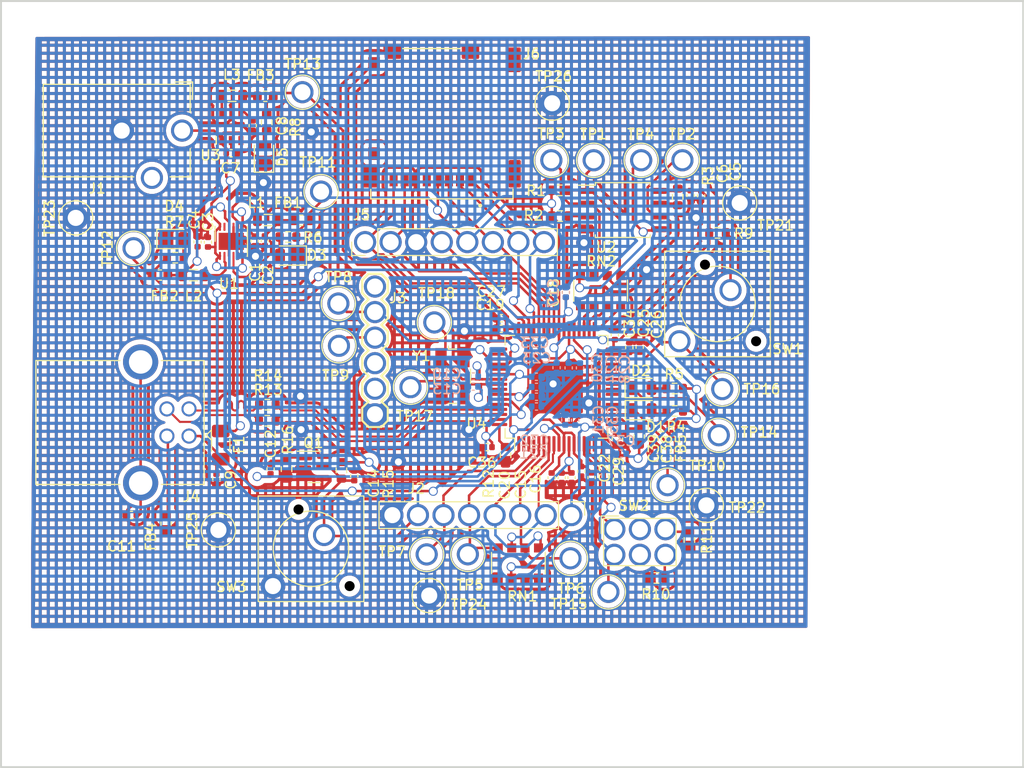
<source format=kicad_pcb>
(kicad_pcb (version 20221018) (generator pcbnew)
  (layers (0 "F.Cu" signal) (31 "B.Cu" signal) (34 "B.Paste" user) (35 "F.Paste" user) (36 "B.SilkS" user "B.Silkscreen") (37 "F.SilkS" user "F.Silkscreen") (38 "B.Mask" user) (39 "F.Mask" user) (44 "Edge.Cuts" user))
  (net 0 "")
  (net 1 "Earth")
  (net 2 "VIN")
  (net 3 "Net-(U1-FB1)")
  (net 4 "Net-(U1-FB2)")
  (net 5 "+3V3")
  (net 6 "Net-(U3-FB)")
  (net 7 "Net-(J4-VBUS)")
  (net 8 "Net-(U4-XT_IN)")
  (net 9 "+1V8")
  (net 10 "Net-(J4-Shield)")
  (net 11 "+1V2")
  (net 12 "Net-(Q1-B)")
  (net 13 "Net-(U4-XT_OUT)")
  (net 14 "Net-(J2-Pin_7)")
  (net 15 "+3.3VADC")
  (net 16 "Net-(D1-K)")
  (net 17 "Net-(D1-A)")
  (net 18 "Net-(D2-K)")
  (net 19 "Net-(D2-A)")
  (net 20 "Net-(D3-A)")
  (net 21 "Net-(D4-A)")
  (net 22 "Net-(D5-A)")
  (net 23 "Net-(J4-GND)")
  (net 24 "Net-(J2-Pin_2)")
  (net 25 "Net-(J2-Pin_3)")
  (net 26 "Net-(J2-Pin_4)")
  (net 27 "Net-(J2-Pin_5)")
  (net 28 "Net-(J2-Pin_6)")
  (net 30 "Net-(J3-RXI)")
  (net 31 "Net-(J3-TXO)")
  (net 33 "/D-")
  (net 34 "/D+")
  (net 35 "/SD1_D1")
  (net 36 "/SD1_D0")
  (net 37 "/SD1_CLK")
  (net 38 "/SD1_CMD")
  (net 39 "Net-(R9-Pad2)")
  (net 40 "Net-(R10-Pad1)")
  (net 41 "Net-(R11-Pad1)")
  (net 42 "/SD1_D3")
  (net 43 "/SD1_D2")
  (net 44 "Net-(U1-LX1)")
  (net 45 "Net-(U1-LX2)")
  (net 46 "Net-(U3-SW)")
  (net 47 "Net-(RN2-R4.2)")
  (net 48 "Net-(U2-IO2)")
  (net 49 "Net-(U2-IO3)")
  (net 50 "Net-(U4-USB0_REXT)")
  (net 51 "/D_P")
  (net 52 "/D_N")
  (net 53 "Net-(RN2-R1.1)")
  (net 54 "Net-(RN2-R2.1)")
  (net 55 "Net-(RN2-R3.1)")
  (net 56 "Net-(RN2-R4.1)")
  (net 57 "Net-(RN2-R3.2)")
  (net 58 "Net-(RN2-R2.2)")
  (net 59 "Net-(RN2-R1.2)")
  (net 60 "Net-(U4-PC.15)")
  (net 61 "Net-(U4-PG.1)")
  (net 62 "Net-(U4-PG.0)")
  (net 78 "/SD1_~{CD}")
  (footprint "OHSNAP Footprints Library:C_0402_1005Metric" (layer "F.Cu") (at 148.15 111.03 -90)
    (fp_text reference "C29")
    (fp_text value "10u")
  )
  (footprint "OHSNAP Footprints Library:FB_0603_1608Metric" (layer "F.Cu") (at 115.72 73.11 180)
    (fp_text reference "FB3")
    (fp_text value "Ferrite Bead")
  )
  (footprint "OHSNAP Footprints Library:C_0402_1005Metric" (layer "F.Cu") (at 114.47 76.02 -90)
    (fp_text reference "C8")
    (fp_text value "10u")
  )
  (footprint "OHSNAP Footprints Library:TestPoint_Loop_D2.60mm_Drill1.6mm_Beaded" (layer "F.Cu") (at 111.06 116.24)
    (fp_text reference "TP25")
    (fp_text value "GND")
  )
  (footprint "OHSNAP Footprints Library:C_0402_1005Metric" (layer "F.Cu") (at 108.99 87.59 -90)
    (fp_text reference "C4")
    (fp_text value "10u")
  )
  (footprint "OHSNAP Footprints Library:C_0402_1005Metric" (layer "F.Cu") (at 139.17 96.23 180)
    (fp_text reference "C19")
    (fp_text value "0.1u")
  )
  (footprint "OHSNAP Footprints Library:TestPoint_Loop_D2.60mm_Drill1.6mm_Beaded" (layer "F.Cu") (at 149.82 122.4)
    (fp_text reference "TP15")
    (fp_text value "BOOT")
  )
  (footprint "OHSNAP Footprints Library:TestPoint_Loop_D2.60mm_Drill1.6mm_Beaded" (layer "F.Cu") (at 132.52 95.6 90)
    (fp_text reference "TP18")
    (fp_text value "XIN")
  )
  (footprint "OHSNAP Footprints Library:SW_TH_Tactile_CIT-NC-Series-SPST" (layer "F.Cu") (at 166.913 100.01 180)
    (fp_text reference "SW1")
    (fp_text value "User Button")
  )
  (footprint "OHSNAP Footprints Library:LED_0805_2012Metric" (layer "F.Cu") (at 106.63 87.3)
    (fp_text reference "D4")
    (fp_text value "PWRGD1V8")
  )
  (footprint "OHSNAP Footprints Library:C_0402_1005Metric" (layer "F.Cu") (at 152.93 98.07 90)
    (fp_text reference "C26")
    (fp_text value "10u")
  )
  (footprint "OHSNAP Footprints Library:C_0402_1005Metric" (layer "F.Cu") (at 112.32 78.77 180)
    (fp_text reference "C7")
    (fp_text value "4.7u")
  )
  (footprint "OHSNAP Footprints Library:TestPoint_Loop_D2.60mm_Drill1.6mm_Beaded" (layer "F.Cu") (at 144.15 79.47)
    (fp_text reference "TP3")
    (fp_text value "QSPI_MOSI")
  )
  (footprint "OHSNAP Footprints Library:C_0402_1005Metric" (layer "F.Cu") (at 110.86 111.17 -90)
    (fp_text reference "C9")
    (fp_text value "10u")
  )
  (footprint "OHSNAP Footprints Library:R_0603_1608Metric" (layer "F.Cu") (at 154.6 121.01 180)
    (fp_text reference "R10")
    (fp_text value "10k")
  )
  (footprint "OHSNAP Footprints Library:TestPoint_Loop_D2.60mm_Drill1.6mm_Beaded" (layer "F.Cu") (at 122.98 93.72)
    (fp_text reference "TP8")
    (fp_text value "RXD")
  )
  (footprint "OHSNAP Footprints Library:R_0603_1608Metric" (layer "F.Cu") (at 115.92 105.38)
    (fp_text reference "R13")
    (fp_text value "4.7")
  )
  (footprint "OHSNAP Footprints Library:PinHeader_1x08_P2.54mm_Vertical" (layer "F.Cu") (at 146.1325 114.765 -90)
    (fp_text reference "J2")
    (fp_text value "JTAG")
  )
  (footprint "OHSNAP Footprints Library:TestPoint_Loop_D2.60mm_Drill1.6mm_Beaded" (layer "F.Cu") (at 102.63 88.22)
    (fp_text reference "TP12")
    (fp_text value "PP1V8")
  )
  (footprint "OHSNAP Footprints Library:C_0402_1005Metric" (layer "F.Cu") (at 110.02 87.61 -90)
    (fp_text reference "C3")
    (fp_text value "4.7u")
  )
  (footprint "OHSNAP Footprints Library:C_0402_1005Metric" (layer "F.Cu") (at 150.46 96.83 90)
    (fp_text reference "C34")
    (fp_text value "0.1u")
  )
  (footprint "OHSNAP Footprints Library:C_0402_1005Metric" (layer "F.Cu") (at 157.99 82.97 90)
    (fp_text reference "C6")
    (fp_text value "0.1u")
  )
  (footprint "OHSNAP Footprints Library:R_0603_1608Metric" (layer "F.Cu") (at 106.77 89.16 180)
    (fp_text reference "R7")
    (fp_text value "330")
  )
  (footprint "OHSNAP Footprints Library:R_0603_1608Metric" (layer "F.Cu") (at 157.87 117.24 -90)
    (fp_text reference "R11")
    (fp_text value "10k")
  )
  (footprint "OHSNAP Footprints Library:C_0402_1005Metric" (layer "F.Cu") (at 124.56 110.85 90)
    (fp_text reference "C14")
    (fp_text value "1u")
  )
  (footprint "OHSNAP Footprints Library:R_0603_1608Metric" (layer "F.Cu") (at 117.97 87.1)
    (fp_text reference "R6")
    (fp_text value "330")
  )
  (footprint "OHSNAP Footprints Library:C_0402_1005Metric" (layer "F.Cu") (at 144.18 111.05 -90)
    (fp_text reference "C20")
    (fp_text value "0.1u")
  )
  (footprint "OHSNAP Footprints Library:C_0402_1005Metric" (layer "F.Cu") (at 139.19 95.18 180)
    (fp_text reference "C27")
    (fp_text value "10u")
  )
  (footprint "OHSNAP Footprints Library:LQFP-64-1EP_10x10mm_P0.5mm_EP5x5mm" (layer "F.Cu") (at 144.66 102 90)
    (fp_text reference "U4")
    (fp_text value "NUC980DR61YC")
  )
  (footprint "OHSNAP Footprints Library:SW_TH_Tactile_CIT-NC-Series-SPST" (layer "F.Cu") (at 126.513 124.36 180)
    (fp_text reference "SW3")
    (fp_text value "Reset")
  )
  (footprint "OHSNAP Footprints Library:C_0402_1005Metric" (layer "F.Cu") (at 159.04 83 90)
    (fp_text reference "C5")
    (fp_text value "10u")
  )
  (footprint "OHSNAP Footprints Library:TestPoint_Loop_D2.60mm_Drill1.6mm_Beaded" (layer "F.Cu") (at 131.76 118.67)
    (fp_text reference "TP7")
    (fp_text value "TDO")
  )
  (footprint "OHSNAP Footprints Library:LED_0805_2012Metric" (layer "F.Cu") (at 153.18 104.32)
    (fp_text reference "D1")
    (fp_text value "LED2")
  )
  (footprint "OHSNAP Footprints Library:LED_0805_2012Metric" (layer "F.Cu") (at 115.59 78.97 90)
    (fp_text reference "D5")
    (fp_text value "PWRGD1V2")
  )
  (footprint "OHSNAP Footprints Library:C_0402_1005Metric" (layer "F.Cu") (at 145.59 92.61 90)
    (fp_text reference "C18")
    (fp_text value "10u")
  )
  (footprint "OHSNAP Footprints Library:R_0603_1608Metric" (layer "F.Cu") (at 117.83 110.19 90)
    (fp_text reference "R16")
    (fp_text value "100k")
  )
  (footprint "OHSNAP Footprints Library:R_0603_1608Metric" (layer "F.Cu") (at 144.99 82.46 180)
    (fp_text reference "R1")
    (fp_text value "10k")
  )
  (footprint "OHSNAP Footprints Library:C_0402_1005Metric" (layer "F.Cu") (at 151.59 107.19 -90)
    (fp_text reference "C38")
    (fp_text value "0.1u")
  )
  (footprint "OHSNAP Footprints Library:WDFN-12-1EP_3x3mm_P0.45mm_EP1.7x2.5mm" (layer "F.Cu") (at 112.335 87.535 90)
    (fp_text reference "U1")
    (fp_text value "PAM2306AYPKE")
  )
  (footprint "OHSNAP Footprints Library:L_0805_2012Metric" (layer "F.Cu") (at 116 85.415)
    (fp_text reference "L1")
    (fp_text value "4.7u")
  )
  (footprint "OHSNAP Footprints Library:TestPoint_Loop_D2.60mm_Drill1.6mm_Beaded" (layer "F.Cu") (at 130.15 102.04 90)
    (fp_text reference "TP17")
    (fp_text value "XOUT")
  )
  (footprint "OHSNAP Footprints Library:FB_0603_1608Metric" (layer "F.Cu") (at 119.29 85.445 180)
    (fp_text reference "FB1")
    (fp_text value "Ferrite Bead")
  )
  (footprint "OHSNAP Footprints Library:LED_0805_2012Metric" (layer "F.Cu") (at 153.16 102.12)
    (fp_text reference "D2")
    (fp_text value "LED1")
  )
  (footprint "OHSNAP Footprints Library:FB_0603_1608Metric" (layer "F.Cu") (at 105.86 115.61 -90)
    (fp_text reference "FB4")
    (fp_text value "Ferrite Bead")
  )
  (footprint "OHSNAP Footprints Library:C_0402_1005Metric" (layer "F.Cu") (at 137.77 108 180)
    (fp_text reference "C36")
    (fp_text value "0.1u")
  )
  (footprint "OHSNAP Footprints Library:L_0805_2012Metric" (layer "F.Cu") (at 108.57 90.9 180)
    (fp_text reference "L2")
    (fp_text value "4.7u")
  )
  (footprint "OHSNAP Footprints Library:SW_NKK_GW12LJP" (layer "F.Cu") (at 150.41 116.17)
    (fp_text reference "SW2")
    (fp_text value "Boot Source")
  )
  (footprint "OHSNAP Footprints Library:SOT-23" (layer "F.Cu") (at 120.5725 109.97)
    (fp_text reference "Q1")
    (fp_text value "MMBT3904")
  )
  (footprint "OHSNAP Footprints Library:TestPoint_Loop_D2.60mm_Drill1.6mm_Beaded" (layer "F.Cu") (at 160.79 106.82)
    (fp_text reference "TP14")
    (fp_text value "PC.11")
  )
  (footprint "OHSNAP Footprints Library:R_0603_1608Metric" (layer "F.Cu") (at 160.67 86.69)
    (fp_text reference "R9")
    (fp_text value "10k")
  )
  (footprint "OHSNAP Footprints Library:C_0402_1005Metric" (layer "F.Cu") (at 146.16 111.04 -90)
    (fp_text reference "C16")
    (fp_text value "10u")
  )
  (footprint "OHSNAP Footprints Library:Fuse_1206_3216Metric" (layer "F.Cu") (at 111.29 107.8 90)
    (fp_text reference "F1")
    (fp_text value "Fuse 6V/1A")
  )
  (footprint "OHSNAP Footprints Library:FB_0603_1608Metric" (layer "F.Cu") (at 152.88 106.94 90)
    (fp_text reference "FB5")
    (fp_text value "Ferrite Bead")
  )
  (footprint "OHSNAP Footprints Library:C_0402_1005Metric" (layer "F.Cu") (at 145.18 111.05 -90)
    (fp_text reference "C15")
    (fp_text value "0.1u")
  )
  (footprint "OHSNAP Footprints Library:R_0603_1608Metric" (layer "F.Cu") (at 115.86 75.7 90)
    (fp_text reference "R8")
    (fp_text value "330")
  )
  (footprint "OHSNAP Footprints Library:R_Array_Convex_4x1206" (layer "F.Cu") (at 149.05 92.44 90)
    (fp_text reference "RN2")
    (fp_text value "33-8P4R")
  )
  (footprint "OHSNAP Footprints Library:C_0402_1005Metric" (layer "F.Cu") (at 102.42 114.75 180)
    (fp_text reference "C11")
    (fp_text value ".01u")
  )
  (footprint "OHSNAP Footprints Library:PinHeader_1x06_P2.54mm_Vertical" (layer "F.Cu") (at 126.62 92.03 -90)
    (fp_text reference "J3")
    (fp_text value "Serial FTDI Header" hide)
  )
  (footprint "OHSNAP Footprints Library:L_0805_2012Metric" (layer "F.Cu") (at 112.41 73.06)
    (fp_text reference "L3")
    (fp_text value "10u")
  )
  (footprint "OHSNAP Footprints Library:R_0603_1608Metric" (layer "F.Cu") (at 123.29 110.31 90)
    (fp_text reference "R15")
    (fp_text value "100k")
  )
  (footprint "OHSNAP Footprints Library:R_0603_1608Metric" (layer "F.Cu") (at 115.93 103.78)
    (fp_text reference "R14")
    (fp_text value "4.7")
  )
  (footprint "OHSNAP Footprints Library:Crystal_SMD_EuroQuartz_MJ-4Pin_5.0x3.2mm" (layer "F.Cu") (at 134.32 100.95 -90)
    (fp_text reference "Y1")
    (fp_text value "12 MHz")
  )
  (footprint "OHSNAP Footprints Library:FB_0603_1608Metric" (layer "F.Cu") (at 105.24 90.89)
    (fp_text reference "FB2")
    (fp_text value "Ferrite Bead")
  )
  (footprint "OHSNAP Footprints Library:TestPoint_Loop_D2.60mm_Drill1.6mm_Beaded" (layer "F.Cu") (at 157.18 79.47 -90)
    (fp_text reference "TP2")
    (fp_text value "QSPI_CLK")
  )
  (footprint "OHSNAP Footprints Library:TestPoint_Loop_D2.60mm_Drill1.6mm_Beaded" (layer "F.Cu") (at 135.85 118.66)
    (fp_text reference "TP5")
    (fp_text value "TCK")
  )
  (footprint "OHSNAP Footprints Library:LED_0805_2012Metric" (layer "F.Cu") (at 118.12 88.95 180)
    (fp_text reference "D3")
    (fp_text value "PWRGD3V3")
  )
  (footprint "OHSNAP Footprints Library:TestPoint_Loop_D2.60mm_Drill1.6mm_Beaded" (layer "F.Cu") (at 121.26 82.59)
    (fp_text reference "TP11")
    (fp_text value "PP3V3")
  )
  (footprint "OHSNAP Footprints Library:TestPoint_Loop_D2.60mm_Drill1.6mm_Beaded" (layer "F.Cu") (at 153.08 79.47 -90)
    (fp_text reference "TP4")
    (fp_text value "QSPI_MISO")
  )
  (footprint "OHSNAP Footprints Library:TestPoint_Loop_D2.60mm_Drill1.6mm_Beaded" (layer "F.Cu") (at 123.04 97.92)
    (fp_text reference "TP9")
    (fp_text value "TXD")
  )
  (footprint "OHSNAP Footprints Library:USB_B_OST_USB-B1HSxx_Horizontal" (layer "F.Cu") (at 108.0375 106.8 180)
    (fp_text reference "J4")
    (fp_text value "USB-A")
  )
  (footprint "OHSNAP Footprints Library:TestPoint_Loop_D2.60mm_Drill1.6mm_Beaded" (layer "F.Cu") (at 159.56 113.79)
    (fp_text reference "TP22")
    (fp_text value "GND")
  )
  (footprint "OHSNAP Footprints Library:C_0402_1005Metric" (layer "F.Cu") (at 116.24 110.17 90)
    (fp_text reference "C12")
    (fp_text value "1u")
  )
  (footprint "OHSNAP Footprints Library:C_0402_1005Metric" (layer "F.Cu") (at 150.56 107.16 -90)
    (fp_text reference "C39")
    (fp_text value "10u")
  )
  (footprint "OHSNAP Footprints Library:C_0402_1005Metric" (layer "F.Cu") (at 147.13 110.41 -90)
    (fp_text reference "C22")
    (fp_text value "0.1u")
  )
  (footprint "OHSNAP Footprints Library:TestPoint_Loop_D2.60mm_Drill1.6mm_Beaded" (layer "F.Cu") (at 96.88 85.2)
    (fp_text reference "TP23")
    (fp_text value "GND")
  )
  (footprint "OHSNAP Footprints Library:C_0402_1005Metric" (layer "F.Cu") (at 114.66 87.5 90)
    (fp_text reference "C1")
    (fp_text value "4.7u")
  )
  (footprint "OHSNAP Footprints Library:MOLEX_503182-1852" (layer "F.Cu") (at 133.27 75.085 180)
    (fp_text reference "J6")
    (fp_text value "Molex MicroSD 503182-1852")
  )
  (footprint "OHSNAP Footprints Library:TestPoint_Loop_D2.60mm_Drill1.6mm_Beaded" (layer "F.Cu") (at 119.41 72.7)
    (fp_text reference "TP13")
    (fp_text value "PP1V2")
  )
  (footprint "OHSNAP Footprints Library:SOT-23-5" (layer "F.Cu") (at 112.34 76.11)
    (fp_text reference "U3")
    (fp_text value "LM3670MF" hide)
  )
  (footprint "OHSNAP Footprints Library:R_0603_1608Metric" (layer "F.Cu") (at 156.71 83.11 90)
    (fp_text reference "R3")
    (fp_text value "10k")
  )
  (footprint "OHSNAP Footprints Library:R_0603_1608Metric" (layer "F.Cu") (at 139.6 108.81 90)
    (fp_text reference "R12")
    (fp_text value "12.1k")
  )
  (footprint "OHSNAP Footprints Library:BarrelJack_CUI_PJ-102AH_Horizontal" (layer "F.Cu") (at 107.45 76.52 -90)
    (fp_text reference "J1")
    (fp_text value "5-6VDC in")
  )
  (footprint "OHSNAP Footprints Library:R_0603_1608Metric" (layer "F.Cu") (at 145.02 85.02 180)
    (fp_text reference "R2")
    (fp_text value "10k")
  )
  (footprint "OHSNAP Footprints Library:TestPoint_Loop_D2.60mm_Drill1.6mm_Beaded" (layer "F.Cu") (at 144.23 73.8)
    (fp_text reference "TP26")
    (fp_text value "GND")
  )
  (footprint "OHSNAP Footprints Library:TestPoint_Loop_D2.60mm_Drill1.6mm_Beaded" (layer "F.Cu") (at 146.05 119.06)
    (fp_text reference "TP6")
    (fp_text value "TDI")
  )
  (footprint "OHSNAP Footprints Library:R_0603_1608Metric" (layer "F.Cu") (at 156.41 104.4 180)
    (fp_text reference "R4")
    (fp_text value "330")
  )
  (footprint "OHSNAP Footprints Library:R_Array_Convex_4x1206" (layer "F.Cu") (at 140.8725 119.525 -90)
    (fp_text reference "RN1")
    (fp_text value "10K-8P4R")
  )
  (footprint "OHSNAP Footprints Library:TestPoint_Loop_D2.60mm_Drill1.6mm_Beaded" (layer "F.Cu") (at 132.01 122.76)
    (fp_text reference "TP24")
    (fp_text value "GND")
  )
  (footprint "OHSNAP Footprints Library:C_0402_1005Metric" (layer "F.Cu") (at 115.67 87.48 -90)
    (fp_text reference "C2")
    (fp_text value "10u")
  )
  (footprint "OHSNAP Footprints Library:TestPoint_Loop_D2.60mm_Drill1.6mm_Beaded" (layer "F.Cu") (at 155.7 111.79)
    (fp_text reference "TP10")
    (fp_text value "PC.3")
  )
  (footprint "OHSNAP Footprints Library:R_0603_1608Metric" (layer "F.Cu") (at 156.4 102.17 180)
    (fp_text reference "R5")
    (fp_text value "330")
  )
  (footprint "OHSNAP Footprints Library:PinHeader_1x08_P2.54mm_Vertical" (layer "F.Cu") (at 125.6375 87.61 90)
    (fp_text reference "J5")
    (fp_text value "Conn_01x08")
  )
  (footprint "OHSNAP Footprints Library:TestPoint_Loop_D2.60mm_Drill1.6mm_Beaded" (layer "F.Cu") (at 162.87 83.72)
    (fp_text reference "TP21")
    (fp_text value "GND")
  )
  (footprint "OHSNAP Footprints Library:C_0402_1005Metric" (layer "F.Cu") (at 151.9 98.09 90)
    (fp_text reference "C25")
    (fp_text value "0.1u")
  )
  (footprint "OHSNAP Footprints Library:TestPoint_Loop_D2.60mm_Drill1.6mm_Beaded" (layer "F.Cu") (at 161.14 102.23)
    (fp_text reference "TP16")
    (fp_text value "PC.15")
  )
  (footprint "OHSNAP Footprints Library:TestPoint_Loop_D2.60mm_Drill1.6mm_Beaded" (layer "F.Cu") (at 148.36 79.47 -90)
    (fp_text reference "TP1")
    (fp_text value "QSPI_CS")
  )
  (footprint "OHSNAP Footprints Library:SOIC-8_5.23x5.23mm_P1.27mm" (layer "F.Cu") (at 151.25 84.42)
    (fp_text reference "U2")
    (fp_text value "W25Q128JVS")
  )
  (footprint "OHSNAP Footprints Library:C_0402_1005Metric" (layer "B.Cu") (at 142.67 102.99)
    (fp_text reference "C32")
    (fp_text value "0.1u")
  )
  (footprint "OHSNAP Footprints Library:C_0402_1005Metric" (layer "B.Cu") (at 142.66 101)
    (fp_text reference "C33")
    (fp_text value "0.1u")
  )
  (footprint "OHSNAP Footprints Library:C_0402_1005Metric" (layer "B.Cu") (at 145.54 105.31 90)
    (fp_text reference "C31")
    (fp_text value "0.1u")
  )
  (footprint "OHSNAP Footprints Library:C_0402_1005Metric" (layer "B.Cu") (at 144.67 100.1 -90)
    (fp_text reference "C30")
    (fp_text value "0.1u")
  )
  (footprint "OHSNAP Footprints Library:C_0402_1005Metric" (layer "B.Cu") (at 145.87 100.12 -90)
    (fp_text reference "C24")
    (fp_text value "0.1u")
  )
  (footprint "OHSNAP Footprints Library:C_0402_1005Metric" (layer "B.Cu") (at 145.59 92.61 90)
    (fp_text reference "C17")
    (fp_text value "10u")
  )
  (footprint "OHSNAP Footprints Library:C_0402_1005Metric" (layer "B.Cu") (at 142.67 102.01)
    (fp_text reference "C23")
    (fp_text value "0.1u")
  )
  (footprint "OHSNAP Footprints Library:C_0402_1005Metric" (layer "B.Cu") (at 136.38 101.98 180)
    (fp_text reference "C13")
    (fp_text value "15p")
  )
  (footprint "OHSNAP Footprints Library:C_0402_1005Metric" (layer "B.Cu") (at 136.4 100.98 180)
    (fp_text reference "C10")
    (fp_text value "15p")
  )
  (footprint "OHSNAP Footprints Library:C_0402_1005Metric" (layer "B.Cu") (at 142.67 103.96)
    (fp_text reference "C21")
    (fp_text value "0.1u")
  )
  (footprint "OHSNAP Footprints Library:C_0402_1005Metric" (layer "B.Cu") (at 151.11 108.65 180)
    (fp_text reference "C37")
    (fp_text value "10u")
  )
  (footprint "OHSNAP Footprints Library:C_0402_1005Metric" (layer "B.Cu") (at 147 100.12 -90)
    (fp_text reference "C28")
    (fp_text value "10u")
  )
  (footprint "OHSNAP Footprints Library:C_0402_1005Metric" (layer "B.Cu") (at 146.52 105.32 90)
    (fp_text reference "C35")
    (fp_text value "0.1u")
  )
  (gr_rect (start 89.45 63.63) (end 191.05 139.83) (stroke (width 0.2)) (fill none) (layer "Edge.Cuts"))
  (segment (start 112.34 77.51) (end 112.34 78.21) (width 0.25) (layer "F.Cu") (net 1))
  (segment (start 112.8 78.67) (end 112.8 78.77) (width 0.25) (layer "F.Cu") (net 1))
  (segment (start 112.11 88.985) (end 112.11 87.76) (width 0.25) (layer "F.Cu") (net 1))
  (segment (start 112.34 78.21) (end 112.8 78.67) (width 0.25) (layer "F.Cu") (net 1))
  (segment (start 112.56 87.31) (end 112.335 87.535) (width 0.25) (layer "F.Cu") (net 1))
  (segment (start 112.56 86.085) (end 112.56 87.31) (width 0.25) (layer "F.Cu") (net 1))
  (segment (start 140.91 107.675) (end 140.91 108.325) (width 0.25) (layer "F.Cu") (net 1))
  (segment (start 140.91 108.325) (end 139.6 109.635) (width 0.25) (layer "F.Cu") (net 1))
  (segment (start 112.11 87.76) (end 112.335 87.535) (width 0.25) (layer "F.Cu") (net 1))
  (segment (start 147.13 111.132135) (end 147.13 110.89) (width 0.25) (layer "F.Cu") (net 1))
  (via (at 153.611354 90.348106) (size 0.9) (drill 0.7) (layers "F.Cu" "B.Cu") (net 1))
  (via (at 115.53 81.69) (size 0.9) (drill 0.7) (layers "F.Cu" "B.Cu") (net 1))
  (via (at 120.29 76.65) (size 0.9) (drill 0.7) (layers "F.Cu" "B.Cu") (net 1))
  (via (at 144.3275 101.71) (size 0.9) (drill 0.7) (layers "F.Cu" "B.Cu") (net 1))
  (via (at 119.22 102.93) (size 0.9) (drill 0.7) (layers "F.Cu" "B.Cu") (net 1))
  (via (at 135.51 96.45) (size 0.9) (drill 0.7) (layers "F.Cu" "B.Cu") (net 1))
  (via (at 114.74 89.02) (size 0.9) (drill 0.7) (layers "F.Cu" "B.Cu") (net 1))
  (via (at 158.53 85.19) (size 0.9) (drill 0.7) (layers "F.Cu" "B.Cu") (net 1))
  (via (at 135.96 106.25) (size 0.9) (drill 0.7) (layers "F.Cu" "B.Cu") (net 1))
  (via (at 147.39 87.67) (size 0.9) (drill 0.7) (layers "F.Cu" "B.Cu") (net 1))
  (via (at 147.88 103.61) (size 0.9) (drill 0.7) (layers "F.Cu" "B.Cu") (net 1))
  (via (at 119.27 106.26) (size 0.9) (drill 0.7) (layers "F.Cu" "B.Cu") (net 1))
  (via (at 128.95 109.47) (size 0.9) (drill 0.7) (layers "F.Cu" "B.Cu") (net 1))
  (segment (start 113.45 88.995) (end 113.46 88.985) (width 0.25) (layer "F.Cu") (net 2))
  (segment (start 111.84 81.1) (end 112.24 81.5) (width 0.25) (layer "F.Cu") (net 2))
  (segment (start 111.125 89.07) (end 110.78 88.725) (width 0.25) (layer "F.Cu") (net 2))
  (segment (start 111.84 78.77) (end 111.84 81.1) (width 0.25) (layer "F.Cu") (net 2))
  (segment (start 111.4 76.923249) (end 111.591449 76.7318) (width 0.25) (layer "F.Cu") (net 2))
  (segment (start 113.3 76.92) (end 113.3 77.3075) (width 0.25) (layer "F.Cu") (net 2))
  (segment (start 110.88 89.315) (end 111.21 88.985) (width 0.25) (layer "F.Cu") (net 2))
  (segment (start 110.3775 84.97) (end 110.3775 83.757195) (width 0.25) (layer "F.Cu") (net 2))
  (segment (start 110.6125 76.52) (end 111.4 77.3075) (width 0.25) (layer "F.Cu") (net 2))
  (segment (start 113.46 86.085) (end 113.4632 86.0818) (width 0.25) (layer "F.Cu") (net 2))
  (segment (start 112.72 106.4) (end 113.24 105.88) (width 0.25) (layer "F.Cu") (net 2))
  (segment (start 110.901342 83.236158) (end 112.24 81.8975) (width 0.25) (layer "F.Cu") (net 2))
  (segment (start 111.591449 76.7318) (end 113.1118 76.7318) (width 0.25) (layer "F.Cu") (net 2))
  (segment (start 111.4 77.8482) (end 111.4 77.3075) (width 0.25) (layer "F.Cu") (net 2))
  (segment (start 114.66 87.02) (end 113.66 86.02) (width 0.25) (layer "F.Cu") (net 2))
  (segment (start 110.898537 83.236158) (end 110.901342 83.236158) (width 0.25) (layer "F.Cu") (net 2))
  (segment (start 113.66 86.02) (end 113.525 86.02) (width 0.25) (layer "F.Cu") (net 2))
  (segment (start 113.1118 76.7318) (end 113.3 76.92) (width 0.25) (layer "F.Cu") (net 2))
  (segment (start 110.88 90.03) (end 110.88 89.315) (width 0.25) (layer "F.Cu") (net 2))
  (segment (start 111.29 106.4) (end 112.72 106.4) (width 0.25) (layer "F.Cu") (net 2))
  (segment (start 111.84 78.2882) (end 111.4 77.8482) (width 0.25) (layer "F.Cu") (net 2))
  (segment (start 111.84 78.97) (end 111.84 78.2882) (width 0.25) (layer "F.Cu") (net 2))
  (segment (start 110.7568 86.5382) (end 111.21 86.085) (width 0.25) (layer "F.Cu") (net 2))
  (segment (start 110.78 88.725) (end 110.78 88.7132) (width 0.25) (layer "F.Cu") (net 2))
  (segment (start 111.21 85.8025) (end 110.3775 84.97) (width 0.25) (layer "F.Cu") (net 2))
  (segment (start 113.4632 86.0818) (end 113.4632 84.7132) (width 0.25) (layer "F.Cu") (net 2))
  (segment (start 110.7568 88.69) (end 110.7568 88.09) (width 0.25) (layer "F.Cu") (net 2))
  (segment (start 110.3775 83.757195) (end 110.898537 83.236158) (width 0.25) (layer "F.Cu") (net 2))
  (segment (start 112.24 81.8975) (end 112.24 81.5) (width 0.25) (layer "F.Cu") (net 2))
  (segment (start 110.78 88.7132) (end 110.7568 88.69) (width 0.25) (layer "F.Cu") (net 2))
  (segment (start 113.45 90.2) (end 113.45 88.995) (width 0.25) (layer "F.Cu") (net 2))
  (segment (start 111.21 86.085) (end 111.21 85.8025) (width 0.25) (layer "F.Cu") (net 2))
  (segment (start 113.4632 84.7132) (end 113.35 84.6) (width 0.25) (layer "F.Cu") (net 2))
  (segment (start 110.02 88.09) (end 110.7568 88.09) (width 0.25) (layer "F.Cu") (net 2))
  (segment (start 110.7568 88.09) (end 110.7568 86.5382) (width 0.25) (layer "F.Cu") (net 2))
  (segment (start 107.45 76.52) (end 110.6125 76.52) (width 0.25) (layer "F.Cu") (net 2))
  (segment (start 111.4 77.3075) (end 111.4 76.923249) (width 0.25) (layer "F.Cu") (net 2))
  (via (at 113.45 90.2) (size 0.9) (drill 0.7) (layers "F.Cu" "B.Cu") (net 2))
  (via (at 110.88 90.03) (size 0.9) (drill 0.7) (layers "F.Cu" "B.Cu") (net 2))
  (via (at 113.35 84.6) (size 0.9) (drill 0.7) (layers "F.Cu" "B.Cu") (net 2))
  (via (at 112.24 81.5) (size 0.9) (drill 0.7) (layers "F.Cu" "B.Cu") (net 2))
  (via (at 113.24 105.88) (size 0.9) (drill 0.7) (layers "F.Cu" "B.Cu") (net 2))
  (segment (start 111.02 90.17) (end 110.88 90.03) (width 0.25) (layer "B.Cu") (net 2))
  (segment (start 112.94 90.17) (end 112.44 90.17) (width 0.25) (layer "B.Cu") (net 2))
  (segment (start 112.14 81.6) (end 112.24 81.5) (width 0.25) (layer "B.Cu") (net 2))
  (segment (start 112.14 84.6) (end 112.14 90.17) (width 0.25) (layer "B.Cu") (net 2))
  (segment (start 112.14 90.17) (end 111.02 90.17) (width 0.25) (layer "B.Cu") (net 2))
  (segment (start 113.45 90.2) (end 113.42 90.17) (width 0.25) (layer "B.Cu") (net 2))
  (segment (start 112.44 90.17) (end 112.14 90.17) (width 0.25) (layer "B.Cu") (net 2))
  (segment (start 113.42 90.17) (end 112.44 90.17) (width 0.25) (layer "B.Cu") (net 2))
  (segment (start 112.14 84.6) (end 112.14 81.6) (width 0.25) (layer "B.Cu") (net 2))
  (segment (start 112.14 84.6) (end 113.35 84.6) (width 0.25) (layer "B.Cu") (net 2))
  (segment (start 112.94 105.69) (end 112.94 90.17) (width 0.25) (layer "B.Cu") (net 2))
  (segment (start 113.13 105.88) (end 112.94 105.69) (width 0.25) (layer "B.Cu") (net 2))
  (segment (start 113.24 105.88) (end 113.13 105.88) (width 0.25) (layer "B.Cu") (net 2))
  (segment (start 116.305 88.692437) (end 113.919237 91.0782) (width 0.25) (layer "F.Cu") (net 3))
  (segment (start 115.677609 87) (end 116.305 87.627391) (width 0.25) (layer "F.Cu") (net 3))
  (segment (start 116.305 87.627391) (end 116.305 88.692437) (width 0.25) (layer "F.Cu") (net 3))
  (segment (start 117.0925 85.445) (end 117.0625 85.415) (width 0.25) (layer "F.Cu") (net 3))
  (segment (start 113.919237 91.0782) (end 113.086237 91.0782) (width 0.25) (layer "F.Cu") (net 3))
  (segment (start 113.086237 91.0782) (end 112.56 90.551963) (width 0.25) (layer "F.Cu") (net 3))
  (segment (start 117.0625 85.6075) (end 115.67 87) (width 0.25) (layer "F.Cu") (net 3))
  (segment (start 118.5025 85.445) (end 117.0925 85.445) (width 0.25) (layer "F.Cu") (net 3))
  (segment (start 117.0625 85.415) (end 117.0625 85.6075) (width 0.25) (layer "F.Cu") (net 3))
  (segment (start 112.56 88.985) (end 112.56 90.551963) (width 0.2032) (layer "F.Cu") (net 3))
  (segment (start 108.94 89.51) (end 107.55 90.9) (width 0.25) (layer "F.Cu") (net 4))
  (segment (start 111.2623 84.114358) (end 111.697637 84.549695) (width 0.25) (layer "F.Cu") (net 4))
  (segment (start 112.11 85.600144) (end 112.11 86.085) (width 0.2032) (layer "F.Cu") (net 4))
  (segment (start 106.0275 90.89) (end 107.4975 90.89) (width 0.25) (layer "F.Cu") (net 4))
  (segment (start 111.725 84.549695) (end 111.725 85.215144) (width 0.25) (layer "F.Cu") (net 4))
  (segment (start 107.55 90.9) (end 107.5075 90.9) (width 0.25) (layer "F.Cu") (net 4))
  (segment (start 111.697637 84.549695) (end 111.725 84.549695) (width 0.25) (layer "F.Cu") (net 4))
  (segment (start 111.725 85.215144) (end 112.11 85.600144) (width 0.25) (layer "F.Cu") (net 4))
  (segment (start 108.94 88.12) (end 108.99 88.07) (width 0.25) (layer "F.Cu") (net 4))
  (segment (start 108.94 89.51) (end 108.94 88.12) (width 0.25) (layer "F.Cu") (net 4))
  (segment (start 107.4975 90.89) (end 107.5075 90.9) (width 0.25) (layer "F.Cu") (net 4))
  (via (at 108.94 89.51) (size 0.9) (drill 0.7) (layers "F.Cu" "B.Cu") (net 4))
  (via (at 111.2623 84.114358) (size 0.9) (drill 0.7) (layers "F.Cu" "B.Cu") (net 4))
  (segment (start 108.94 85.575) (end 110.400642 84.114358) (width 0.25) (layer "B.Cu") (net 4))
  (segment (start 110.400642 84.114358) (end 111.2623 84.114358) (width 0.25) (layer "B.Cu") (net 4))
  (segment (start 108.94 89.51) (end 108.94 85.575) (width 0.25) (layer "B.Cu") (net 4))
  (segment (start 144.91 96.325) (end 144.91 85.735) (width 0.25) (layer "F.Cu") (net 5))
  (segment (start 144.165 82.46) (end 144.165 83.775) (width 0.25) (layer "F.Cu") (net 5))
  (segment (start 158.54 104.95) (end 158.54 105.15) (width 0.25) (layer "F.Cu") (net 5))
  (segment (start 141.15 104.428867) (end 141.15 104.76) (width 0.25) (layer "F.Cu") (net 5))
  (segment (start 137.71 105.68) (end 137.71 106.85) (width 0.25) (layer "F.Cu") (net 5))
  (segment (start 144.91 96.325) (end 144.91 97.62) (width 0.25) (layer "F.Cu") (net 5))
  (segment (start 157.235 104.4) (end 157.99 104.4) (width 0.25) (layer "F.Cu") (net 5))
  (segment (start 159.845 86.69) (end 159.845 83.312865) (width 0.25) (layer "F.Cu") (net 5))
  (segment (start 140.98 100.76) (end 140.97 100.75) (width 0.25) (layer "F.Cu") (net 5))
  (segment (start 139.971133 103.25) (end 141.15 104.428867) (width 0.25) (layer "F.Cu") (net 5))
  (segment (start 144.8882 106.807989) (end 144.8882 107.6532) (width 0.25) (layer "F.Cu") (net 5))
  (segment (start 156.48 82.515) (end 156.71 82.285) (width 0.25) (layer "F.Cu") (net 5))
  (segment (start 158.245 90.025) (end 158.245 89.363299) (width 0.25) (layer "F.Cu") (net 5))
  (segment (start 132.87 84.14) (end 132.86 84.15) (width 0.25) (layer "F.Cu") (net 5))
  (segment (start 146.91 106.588532) (end 147.484266 106.014266) (width 0.25) (layer "F.Cu") (net 5))
  (segment (start 120.0775 85.4275) (end 120.0775 84.7625) (width 0.25) (layer "F.Cu") (net 5))
  (segment (start 158.245 89.363299) (end 159.845 87.763299) (width 0.25) (layer "F.Cu") (net 5))
  (segment (start 120.0775 84.7625) (end 121.3675 83.4725) (width 0.25) (layer "F.Cu") (net 5))
  (segment (start 143.463592 106.147665) (end 144.227876 106.147665) (width 0.25) (layer "F.Cu") (net 5))
  (segment (start 157.225 102.17) (end 158.5 102.17) (width 0.25) (layer "F.Cu") (net 5))
  (segment (start 150.335 97.435) (end 150.46 97.31) (width 0.25) (layer "F.Cu") (net 5))
  (segment (start 144.91 97.62) (end 144.41 98.12) (width 0.25) (layer "F.Cu") (net 5))
  (segment (start 121.3675 83.4725) (end 121.3675 82.4825) (width 0.25) (layer "F.Cu") (net 5))
  (segment (start 150.335 98.25) (end 150.335 97.435) (width 0.25) (layer "F.Cu") (net 5))
  (segment (start 118.795 86.7275) (end 120.0775 85.445) (width 0.25) (layer "F.Cu") (net 5))
  (segment (start 152.88 107.7275) (end 152.88 108.67) (width 0.25) (layer "F.Cu") (net 5))
  (segment (start 150.46 97.31) (end 149.42 97.31) (width 0.25) (layer "F.Cu") (net 5))
  (segment (start 132.87 84.16) (end 132.87 84.41) (width 0.25) (layer "F.Cu") (net 5))
  (segment (start 132.87 84.41) (end 132.84 84.44) (width 0.25) (layer "F.Cu") (net 5))
  (segment (start 123.315 109.51) (end 123.29 109.485) (width 0.25) (layer "F.Cu") (net 5))
  (segment (start 150.96 97.31) (end 158.245 90.025) (width 0.25) (layer "F.Cu") (net 5))
  (segment (start 159.845 83.312865) (end 159.012135 82.48) (width 0.25) (layer "F.Cu") (net 5))
  (segment (start 152.88 108.67) (end 152.61 108.94) (width 0.25) (layer "F.Cu") (net 5))
  (segment (start 140.1575 121.025) (end 142.8725 121.025) (width 0.25) (layer "F.Cu") (net 5))
  (segment (start 138.25 107.53) (end 137.64 106.92) (width 0.25) (layer "F.Cu") (net 5))
  (segment (start 138.14 105.25) (end 138.985 105.25) (width 0.25) (layer "F.Cu") (net 5))
  (segment (start 150.46 97.31) (end 150.96 97.31) (width 0.25) (layer "F.Cu") (net 5))
  (segment (start 154.85 82.515) (end 156.48 82.515) (width 0.25) (layer "F.Cu") (net 5))
  (segment (start 144.227876 106.147665) (end 144.8882 106.807989) (width 0.25) (layer "F.Cu") (net 5))
  (segment (start 156.905 82.48) (end 156.71 82.285) (width 0.25) (layer "F.Cu") (net 5))
  (segment (start 140.1575 119.905) (end 140.1575 121.025) (width 0.25) (layer "F.Cu") (net 5))
  (segment (start 144.91 85.735) (end 144.195 85.02) (width 0.25) (layer "F.Cu") (net 5))
  (segment (start 118.795 87.1) (end 118.795 86.7275) (width 0.25) (layer "F.Cu") (net 5))
  (segment (start 144.195 85.02) (end 144.195 83.805) (width 0.25) (layer "F.Cu") (net 5))
  (segment (start 138.985 103.25) (end 139.971133 103.25) (width 0.25) (layer "F.Cu") (net 5))
  (segment (start 132.84 84.44) (end 132.84 84.6525) (width 0.25) (layer "F.Cu") (net 5))
  (segment (start 126.03 109.51) (end 123.315 109.51) (width 0.25) (layer "F.Cu") (net 5))
  (segment (start 132.87 81.44) (end 132.87 84.14) (width 0.25) (layer "F.Cu") (net 5))
  (segment (start 138.25 108) (end 138.25 107.53) (width 0.25) (layer "F.Cu") (net 5))
  (segment (start 144.8882 107.6532) (end 144.91 107.675) (width 0.25) (layer "F.Cu") (net 5))
  (segment (start 159.845 87.763299) (end 159.845 86.69) (width 0.25) (layer "F.Cu") (net 5))
  (segment (start 157.99 104.4) (end 158.54 104.95) (width 0.25) (layer "F.Cu") (net 5))
  (segment (start 140.97 100.75) (end 138.985 100.75) (width 0.25) (layer "F.Cu") (net 5))
  (segment (start 137.71 105.68) (end 138.14 105.25) (width 0.25) (layer "F.Cu") (net 5))
  (segment (start 137.71 106.85) (end 137.64 106.92) (width 0.25) (layer "F.Cu") (net 5))
  (segment (start 132.86 84.15) (end 132.87 84.16) (width 0.25) (layer "F.Cu") (net 5))
  (segment (start 132.84 84.6525) (end 135.98 87.7925) (width 0.25) (layer "F.Cu") (net 5))
  (segment (start 146.91 107.675) (end 146.91 106.588532) (width 0.25) (layer "F.Cu") (net 5))
  (segment (start 159.012135 82.48) (end 156.905 82.48) (width 0.25) (layer "F.Cu") (net 5))
  (segment (start 158.5 102.17) (end 158.58 102.25) (width 0.25) (layer "F.Cu") (net 5))
  (via (at 158.58 102.25) (size 0.9) (drill 0.7) (layers "F.Cu" "B.Cu") (net 5))
  (via (at 140.1575 119.905) (size 0.9) (drill 0.7) (layers "F.Cu" "B.Cu") (net 5))
  (via (at 144.41 98.12) (size 0.9) (drill 0.7) (layers "F.Cu" "B.Cu") (net 5))
  (via (at 147.484266 106.014266) (size 0.9) (drill 0.7) (layers "F.Cu" "B.Cu") (net 5))
  (via (at 158.54 105.15) (size 0.9) (drill 0.7) (layers "F.Cu" "B.Cu") (net 5))
  (via (at 152.77 109.12) (size 0.9) (drill 0.7) (layers "F.Cu" "B.Cu") (net 5))
  (via (at 132.84 84.44) (size 0.9) (drill 0.7) (layers "F.Cu" "B.Cu") (net 5))
  (via (at 137.64 106.92) (size 0.9) (drill 0.7) (layers "F.Cu" "B.Cu") (net 5))
  (via (at 126.03 109.51) (size 0.9) (drill 0.7) (layers "F.Cu" "B.Cu") (net 5))
  (via (at 143.463592 106.147665) (size 0.9) (drill 0.7) (layers "F.Cu" "B.Cu") (net 5))
  (via (at 144.17 83.78) (size 0.9) (drill 0.7) (layers "F.Cu" "B.Cu") (net 5))
  (via (at 141.15 104.76) (size 0.9) (drill 0.7) (layers "F.Cu" "B.Cu") (net 5))
  (via (at 149.253131 97.324626) (size 0.9) (drill 0.7) (layers "F.Cu" "B.Cu") (net 5))
  (via (at 140.98 100.76) (size 0.9) (drill 0.7) (layers "F.Cu" "B.Cu") (net 5))
  (segment (start 141.22 101) (end 142.18 101) (width 0.25) (layer "B.Cu") (net 5))
  (segment (start 140.067994 101.672006) (end 140.067994 104.757994) (width 0.25) (layer "B.Cu") (net 5))
  (segment (start 148.954626 97.324626) (end 148.73 97.1) (width 0.25) (layer "B.Cu") (net 5))
  (segment (start 158.54 102.29) (end 158.58 102.25) (width 0.25) (layer "B.Cu") (net 5))
  (segment (start 142.187865 102.99) (end 141.15 104.027865) (width 0.25) (layer "B.Cu") (net 5))
  (segment (start 121.86 83.19) (end 121.26 82.59) (width 0.25) (layer "B.Cu") (net 5))
  (segment (start 137.99 106.92) (end 137.64 106.92) (width 0.25) (layer "B.Cu") (net 5))
  (segment (start 140.1775 119.925) (end 141.655 119.925) (width 0.25) (layer "B.Cu") (net 5))
  (segment (start 137.64 109.068156) (end 137.64 106.92) (width 0.25) (layer "B.Cu") (net 5))
  (segment (start 144.41 98.07) (end 144.41 98.12) (width 0.25) (layer "B.Cu") (net 5))
  (segment (start 149.253131 97.324626) (end 153.644626 97.324626) (width 0.25) (layer "B.Cu") (net 5))
  (segment (start 151.59 108.65) (end 151.59 108.642391) (width 0.25) (layer "B.Cu") (net 5))
  (segment (start 151.2382 108.1882) (end 149.064266 106.014266) (width 0.25) (layer "B.Cu") (net 5))
  (segment (start 146.92 106.578532) (end 147.484266 106.014266) (width 0.25) (layer "B.Cu") (net 5))
  (segment (start 149.253131 97.324626) (end 148.954626 97.324626) (width 0.25) (layer "B.Cu") (net 5))
  (segment (start 156.724534 105.15) (end 158.54 105.15) (width 0.25) (layer "B.Cu") (net 5))
  (segment (start 142.5318 100.636065) (end 143.387865 99.78) (width 0.25) (layer "B.Cu") (net 5))
  (segment (start 126.03 109.51) (end 126.9936 110.4736) (width 0.25) (layer "B.Cu") (net 5))
  (segment (start 144.67 99.78) (end 144.67 98.38) (width 0.25) (layer "B.Cu") (net 5))
  (segment (start 143.463592 106.147665) (end 144.162335 106.147665) (width 0.25) (layer "B.Cu") (net 5))
  (segment (start 141.655 119.925) (end 146.16 115.42) (width 0.25) (layer "B.Cu") (net 5))
  (segment (start 143.463592 106.147665) (end 144.177665 106.147665) (width 0.25) (layer "B.Cu") (net 5))
  (segment (start 132.86 84.15) (end 131.9 83.19) (width 0.25) (layer "B.Cu") (net 5))
  (segment (start 144.162335 106.147665) (end 144.52 105.79) (width 0.25) (layer "B.Cu") (net 5))
  (segment (start 147.26 105.79) (end 147.484266 106.014266) (width 0.25) (layer "B.Cu") (net 5))
  (segment (start 140.07 104.76) (end 140.07 104.84) (width 0.25) (layer "B.Cu") (net 5))
  (segment (start 148.73 97.1) (end 145.38 97.1) (width 0.25) (layer "B.Cu") (net 5))
  (segment (start 151.88 108.94) (end 151.59 108.65) (width 0.25) (layer "B.Cu") (net 5))
  (segment (start 145.38 97.1) (end 144.41 98.07) (width 0.25) (layer "B.Cu") (net 5))
  (segment (start 136.234556 110.4736) (end 137.64 109.068156) (width 0.25) (layer "B.Cu") (net 5))
  (segment (start 147.484266 106.014266) (end 147.484266 105.774766) (width 0.25) (layer "B.Cu") (net 5))
  (segment (start 144.67 98.38) (end 144.41 98.12) (width 0.25) (layer "B.Cu") (net 5))
  (segment (start 151.59 108.642391) (end 151.2382 108.290591) (width 0.25) (layer "B.Cu") (net 5))
  (segment (start 146.16 115.42) (end 146.16 112.79) (width 0.25) (layer "B.Cu") (net 5))
  (segment (start 151.2382 108.290591) (end 151.2382 108.1882) (width 0.25) (layer "B.Cu") (net 5))
  (segment (start 139.5675 83.84) (end 135.98 87.4275) (width 0.25) (layer "B.Cu") (net 5))
  (segment (start 146.92 112.03) (end 146.92 106.578532) (width 0.25) (layer "B.Cu") (net 5))
  (segment (start 144.06 83.84) (end 139.5675 83.84) (width 0.25) (layer "B.Cu") (net 5))
  (segment (start 152.77 109.104534) (end 156.724534 105.15) (width 0.25) (layer "B.Cu") (net 5))
  (segment (start 152.61 108.94) (end 152.77 109.12) (width 0.25) (layer "B.Cu") (net 5))
  (segment (start 158.54 105.15) (end 158.54 102.29) (width 0.25) (layer "B.Cu") (net 5))
  (segment (start 153.644626 97.324626) (end 158.57 102.25) (width 0.25) (layer "B.Cu") (net 5))
  (segment (start 131.9 83.19) (end 121.86 83.19) (width 0.25) (layer "B.Cu") (net 5))
  (segment (start 143.387865 99.78) (end 144.67 99.78) (width 0.25) (layer "B.Cu") (net 5))
  (segment (start 152.77 109.12) (end 152.77 109.104534) (width 0.25) (layer "B.Cu") (net 5))
  (segment (start 141.15 104.76) (end 140.07 104.76) (width 0.25) (layer "B.Cu") (net 5))
  (segment (start 140.98 100.76) (end 140.067994 101.672006) (width 0.25) (layer "B.Cu") (net 5))
  (segment (start 146.16 112.79) (end 146.92 112.03) (width 0.25) (layer "B.Cu") (net 5))
  (segment (start 142.18 101) (end 142.5318 100.6482) (width 0.25) (layer "B.Cu") (net 5))
  (segment (start 152.61 108.94) (end 151.88 108.94) (width 0.25) (layer "B.Cu") (net 5))
  (segment (start 140.07 104.84) (end 137.99 106.92) (width 0.25) (layer "B.Cu") (net 5))
  (segment (start 142.5318 100.6482) (end 142.5318 100.636065) (width 0.25) (layer "B.Cu") (net 5))
  (segment (start 147.484266 105.774766) (end 147.4495 105.74) (width 0.25) (layer "B.Cu") (net 5))
  (segment (start 126.9936 110.4736) (end 136.234556 110.4736) (width 0.25) (layer "B.Cu") (net 5))
  (segment (start 124.82 108.3) (end 124.82 101.45) (width 0.25) (layer "B.Cu") (net 5))
  (segment (start 142.19 102.99) (end 142.187865 102.99) (width 0.25) (layer "B.Cu") (net 5))
  (segment (start 144.52 105.79) (end 147.26 105.79) (width 0.25) (layer "B.Cu") (net 5))
  (segment (start 140.98 100.76) (end 141.22 101) (width 0.25) (layer "B.Cu") (net 5))
  (segment (start 158.57 102.25) (end 158.58 102.25) (width 0.25) (layer "B.Cu") (net 5))
  (segment (start 141.15 104.027865) (end 141.15 104.76) (width 0.25) (layer "B.Cu") (net 5))
  (segment (start 124.82 101.45) (end 126.62 99.65) (width 0.25) (layer "B.Cu") (net 5))
  (segment (start 149.064266 106.014266) (end 147.484266 106.014266) (width 0.25) (layer "B.Cu") (net 5))
  (segment (start 140.067994 104.757994) (end 140.07 104.76) (width 0.25) (layer "B.Cu") (net 5))
  (segment (start 126.03 109.51) (end 124.82 108.3) (width 0.25) (layer "B.Cu") (net 5))
  (segment (start 114.7125 73.1) (end 113.165 73.1) (width 0.25) (layer "F.Cu") (net 6))
  (segment (start 113.165 73.1) (end 113.165 74.215) (width 0.25) (layer "F.Cu") (net 6))
  (segment (start 114.46 75.51) (end 114.46 75.54) (width 0.25) (layer "F.Cu") (net 6))
  (segment (start 113.165 74.215) (end 114.46 75.51) (width 0.25) (layer "F.Cu") (net 6))
  (segment (start 109.27 106.9) (end 110.91 108.54) (width 0.25) (layer "F.Cu") (net 7))
  (segment (start 108.1375 106.9) (end 109.27 106.9) (width 0.25) (layer "F.Cu") (net 7))
  (segment (start 110.93 109.32) (end 111.31 108.94) (width 0.25) (layer "F.Cu") (net 7))
  (segment (start 110.86 109.63) (end 111.29 109.2) (width 0.25) (layer "F.Cu") (net 7))
  (segment (start 110.91 108.54) (end 110.91 109.365) (width 0.25) (layer "F.Cu") (net 7))
  (segment (start 110.86 110.69) (end 110.86 109.63) (width 0.25) (layer "F.Cu") (net 7))
  (segment (start 137 100.150498) (end 137 101.25) (width 0.25) (layer "F.Cu") (net 8))
  (segment (start 136.769502 99.92) (end 137 100.150498) (width 0.25) (layer "F.Cu") (net 8))
  (segment (start 137 101.25) (end 135.3 101.25) (width 0.25) (layer "F.Cu") (net 8))
  (segment (start 138.985 101.25) (end 137.28 101.25) (width 0.25) (layer "F.Cu") (net 8))
  (segment (start 133.62 99.57) (end 133.62 96.7) (width 0.25) (layer "F.Cu") (net 8))
  (segment (start 133.62 96.7) (end 132.52 95.6) (width 0.25) (layer "F.Cu") (net 8))
  (segment (start 135.3 101.25) (end 133.62 99.57) (width 0.25) (layer "F.Cu") (net 8))
  (segment (start 137.28 101.25) (end 137 101.25) (width 0.25) (layer "F.Cu") (net 8))
  (via (at 136.769502 99.92) (size 0.9) (drill 0.7) (layers "F.Cu" "B.Cu") (net 8))
  (segment (start 136.769502 100.869502) (end 136.88 100.98) (width 0.25) (layer "B.Cu") (net 8))
  (segment (start 136.769502 99.92) (end 136.769502 100.869502) (width 0.25) (layer "B.Cu") (net 8))
  (segment (start 104.4525 90.89) (end 104.18 90.89) (width 0.25) (layer "F.Cu") (net 9))
  (segment (start 145.18 110.57) (end 146.15 110.57) (width 0.25) (layer "F.Cu") (net 9))
  (segment (start 145.91 107.675) (end 145.91 109.4) (width 0.25) (layer "F.Cu") (net 9))
  (segment (start 145.59 94.27) (end 145.85 94.53) (width 0.25) (layer "F.Cu") (net 9))
  (segment (start 110.93 92.65) (end 110.93 92.69) (width 0.25) (layer "F.Cu") (net 9))
  (segment (start 145.91 109.4) (end 145.91 110.31) (width 0.25) (layer "F.Cu") (net 9))
  (segment (start 110.93 92.69) (end 110.97 92.69) (width 0.25) (layer "F.Cu") (net 9))
  (segment (start 119.35 92.69) (end 120.99 91.05) (width 0.25) (layer "F.Cu") (net 9))
  (segment (start 132.39 112.37) (end 132.41 112.39) (width 0.25) (layer "F.Cu") (net 9))
  (segment (start 104.4525 90.89) (end 105.5157 91.9532) (width 0.25) (layer "F.Cu") (net 9))
  (segment (start 110.97 92.69) (end 119.35 92.69) (width 0.25) (layer "F.Cu") (net 9))
  (segment (start 105.5157 91.9532) (end 110.2332 91.9532) (width 0.25) (layer "F.Cu") (net 9))
  (segment (start 145.41 94.99) (end 145.85 94.53) (width 0.25) (layer "F.Cu") (net 9))
  (segment (start 145.59 93.09) (end 145.59 94.27) (width 0.25) (layer "F.Cu") (net 9))
  (segment (start 145.91 110.31) (end 146.16 110.56) (width 0.25) (layer "F.Cu") (net 9))
  (segment (start 104.4525 90.89) (end 104.4525 90.6525) (width 0.25) (layer "F.Cu") (net 9))
  (segment (start 145.41 96.325) (end 145.41 94.99) (width 0.25) (layer "F.Cu") (net 9))
  (segment (start 110.2332 91.9532) (end 110.93 92.65) (width 0.25) (layer "F.Cu") (net 9))
  (segment (start 102.63 89.34) (end 102.63 88.22) (width 0.25) (layer "F.Cu") (net 9))
  (segment (start 146.15 110.57) (end 146.16 110.56) (width 0.25) (layer "F.Cu") (net 9))
  (segment (start 124.36 112.37) (end 132.39 112.37) (width 0.25) (layer "F.Cu") (net 9))
  (segment (start 104.4525 90.6525) (end 105.945 89.16) (width 0.25) (layer "F.Cu") (net 9))
  (segment (start 104.18 90.89) (end 102.63 89.34) (width 0.25) (layer "F.Cu") (net 9))
  (via (at 132.41 112.39) (size 0.9) (drill 0.7) (layers "F.Cu" "B.Cu") (net 9))
  (via (at 124.36 112.37) (size 0.9) (drill 0.7) (layers "F.Cu" "B.Cu") (net 9))
  (via (at 110.93 92.69) (size 0.9) (drill 0.7) (layers "F.Cu" "B.Cu") (net 9))
  (via (at 145.91 109.4) (size 0.9) (drill 0.7) (layers "F.Cu" "B.Cu") (net 9))
  (via (at 145.85 94.53) (size 0.9) (drill 0.7) (layers "F.Cu" "B.Cu") (net 9))
  (via (at 120.99 91.05) (size 0.9) (drill 0.7) (layers "F.Cu" "B.Cu") (net 9))
  (segment (start 135.99 90.37) (end 140.715302 95.095302) (width 0.25) (layer "B.Cu") (net 9))
  (segment (start 140.715302 95.095302) (end 142.395128 95.095302) (width 0.25) (layer "B.Cu") (net 9))
  (segment (start 145.59 94.27) (end 145.85 94.53) (width 0.25) (layer "B.Cu") (net 9))
  (segment (start 143.6368 111.8332) (end 132.9668 111.8332) (width 0.25) (layer "B.Cu") (net 9))
  (segment (start 132.9668 111.8332) (end 132.41 112.39) (width 0.25) (layer "B.Cu") (net 9))
  (segment (start 120.99 91.05) (end 121.67 90.37) (width 0.25) (layer "B.Cu") (net 9))
  (segment (start 114.71 112.34) (end 110.93 108.56) (width 0.25) (layer "B.Cu") (net 9))
  (segment (start 145.37 95.01) (end 145.85 94.53) (width 0.25) (layer "B.Cu") (net 9))
  (segment (start 124.2232 112.34) (end 114.71 112.34) (width 0.25) (layer "B.Cu") (net 9))
  (segment (start 110.93 108.56) (end 110.93 92.77) (width 0.25) (layer "B.Cu") (net 9))
  (segment (start 142.395128 95.095302) (end 142.48043 95.01) (width 0.25) (layer "B.Cu") (net 9))
  (segment (start 142.48043 95.01) (end 145.37 95.01) (width 0.25) (layer "B.Cu") (net 9))
  (segment (start 145.59 93.09) (end 145.59 94.27) (width 0.25) (layer "B.Cu") (net 9))
  (segment (start 121.67 90.37) (end 135.99 90.37) (width 0.25) (layer "B.Cu") (net 9))
  (segment (start 146 109.47) (end 143.6368 111.8332) (width 0.25) (layer "B.Cu") (net 9))
  (segment (start 103.3275 111.57) (end 103.3275 114.6175) (width 0.25) (layer "F.Cu") (net 10))
  (segment (start 103.3275 99.53) (end 103.3275 111.57) (width 0.25) (layer "F.Cu") (net 10))
  (segment (start 103.3275 114.6175) (end 103.195 114.75) (width 0.25) (layer "F.Cu") (net 10))
  (segment (start 146.41 106.834315) (end 146.150686 106.575) (width 0.25) (layer "F.Cu") (net 11))
  (segment (start 140.712389 102.75) (end 138.985 102.75) (width 0.25) (layer "F.Cu") (net 11))
  (segment (start 123.4375 88.407322) (end 123.4375 76.5175) (width 0.25) (layer "F.Cu") (net 11))
  (segment (start 139.96 96.23) (end 140.815 96.23) (width 0.25) (layer "F.Cu") (net 11))
  (segment (start 140.815 96.23) (end 140.91 96.325) (width 0.25) (layer "F.Cu") (net 11))
  (segment (start 119.33 72.78) (end 119.41 72.7) (width 0.25) (layer "F.Cu") (net 11))
  (segment (start 143.941225 99.1718) (end 144.9282 99.1718) (width 0.25) (layer "F.Cu") (net 11))
  (segment (start 141.89 97.4282) (end 141.8318 97.4864) (width 0.25) (layer "F.Cu") (net 11))
  (segment (start 143.990598 105.269465) (end 143.100535 105.269465) (width 0.25) (layer "F.Cu") (net 11))
  (segment (start 145.41 106.688867) (end 143.990598 105.269465) (width 0.25) (layer "F.Cu") (net 11))
  (segment (start 140.91 97.170211) (end 141.167989 97.4282) (width 0.25) (layer "F.Cu") (net 11))
  (segment (start 141.8584 102.071599) (end 141.8584 97.513) (width 0.2032) (layer "F.Cu") (net 11))
  (segment (start 145.41 107.675) (end 145.41 106.688867) (width 0.25) (layer "F.Cu") (net 11))
  (segment (start 147.13 109.93) (end 147.13 109.358037) (width 0.25) (layer "F.Cu") (net 11))
  (segment (start 127.176578 89.86) (end 124.890178 89.86) (width 0.25) (layer "F.Cu") (net 11))
  (segment (start 116.24 110.945) (end 115.185 110.945) (width 0.25) (layer "F.Cu") (net 11))
  (segment (start 152.91 98.57) (end 152.93 98.55) (width 0.25) (layer "F.Cu") (net 11))
  (segment (start 137.6875 92.87) (end 130.186578 92.87) (width 0.25) (layer "F.Cu") (net 11))
  (segment (start 146.41 108.638037) (end 146.41 107.675) (width 0.25) (layer "F.Cu") (net 11))
  (segment (start 142.16 97.420211) (end 142.189636 97.420211) (width 0.25) (layer "F.Cu") (net 11))
  (segment (start 151.72 98.75) (end 151.9 98.57) (width 0.25) (layer "F.Cu") (net 11))
  (segment (start 147.13 109.358037) (end 146.41 108.638037) (width 0.25) (layer "F.Cu") (net 11))
  (segment (start 145.91 96.325) (end 145.91 98.14) (width 0.25) (layer "F.Cu") (net 11))
  (segment (start 146.41 107.675) (end 146.41 106.834315) (width 0.25) (layer "F.Cu") (net 11))
  (segment (start 130.186578 92.87) (end 127.176578 89.86) (width 0.25) (layer "F.Cu") (net 11))
  (segment (start 142.152011 97.4282) (end 142.16 97.420211) (width 0.25) (layer "F.Cu") (net 11))
  (segment (start 141.67 97.4282) (end 142.152011 97.4282) (width 0.25) (layer "F.Cu") (net 11))
  (segment (start 141.366195 102.983805) (end 141.8318 102.5182) (width 0.25) (layer "F.Cu") (net 11))
  (segment (start 142.104747 106.265253) (end 143.015 105.355) (width 0.25) (layer "F.Cu") (net 11))
  (segment (start 151.9 98.57) (end 152.91 98.57) (width 0.25) (layer "F.Cu") (net 11))
  (segment (start 150.335 98.75) (end 151.72 98.75) (width 0.25) (layer "F.Cu") (net 11))
  (segment (start 115.86 74.875) (end 115.86 73.7575) (width 0.25) (layer "F.Cu") (net 11))
  (segment (start 114.91 110.92) (end 115.15 110.98) (width 0.25) (layer "F.Cu") (net 11))
  (segment (start 140.0882 105.944301) (end 140.0882 104.007989) (width 0.25) (layer "F.Cu") (net 11))
  (segment (start 145.82 98.28) (end 146.05 98.28) (width 0.25) (layer "F.Cu") (net 11))
  (segment (start 119.62 72.7) (end 119.41 72.7) (width 0.25) (layer "F.Cu") (net 11))
  (segment (start 145.91 98.14) (end 146.05 98.28) (width 0.25) (layer "F.Cu") (net 11))
  (segment (start 138.139789 102.75) (end 137.8818 103.007989) (width 0.25) (layer "F.Cu") (net 11))
  (segment (start 141.8584 97.513) (end 141.8318 97.4864) (width 0.2032) (layer "F.Cu") (net 11))
  (segment (start 138.139789 103.75) (end 138.985 103.75) (width 0.25) (layer "F.Cu") (net 11))
  (segment (start 137.8818 103.007989) (end 137.8818 103.492011) (width 0.25) (layer "F.Cu") (net 11))
  (segment (start 116.4275 72.78) (end 119.33 72.78) (width 0.25) (layer "F.Cu") (net 11))
  (segment (start 148.15 110.55) (end 147.53 109.93) (width 0.25) (layer "F.Cu") (net 11))
  (segment (start 123.4375 76.5175) (end 119.62 72.7) (width 0.25) (layer "F.Cu") (net 11))
  (segment (start 139.830211 103.75) (end 138.985 103.75) (width 0.25) (layer "F.Cu") (net 11))
  (segment (start 146.428037 98.28) (end 147.343037 99.195) (width 0.25) (layer "F.Cu") (net 11))
  (segment (start 138.985 102.75) (end 138.139789 102.75) (width 0.25) (layer "F.Cu") (net 11))
  (segment (start 145.523867 106.575) (end 145.41 106.688867) (width 0.25) (layer "F.Cu") (net 11))
  (segment (start 145.41 108.54) (end 145.41 107.675) (width 0.25) (layer "F.Cu") (net 11))
  (segment (start 140.0882 104.007989) (end 139.830211 103.75) (width 0.25) (layer "F.Cu") (net 11))
  (segment (start 139.65 94.8325) (end 137.6875 92.87) (width 0.25) (layer "F.Cu") (net 11))
  (segment (start 141.167989 97.4282) (end 141.67 97.4282) (width 0.25) (layer "F.Cu") (net 11))
  (segment (start 141.8318 102.098199) (end 141.8584 102.071599) (width 0.2032) (layer "F.Cu") (net 11))
  (segment (start 147.343037 99.195) (end 148.165 99.195) (width 0.25) (layer "F.Cu") (net 11))
  (segment (start 144.18 110.57) (end 144.92 109.83) (width 0.25) (layer "F.Cu") (net 11))
  (segment (start 146.05 98.28) (end 146.428037 98.28) (width 0.25) (layer "F.Cu") (net 11))
  (segment (start 140.409152 106.265253) (end 140.0882 105.944301) (width 0.25) (layer "F.Cu") (net 11))
  (segment (start 148.165 99.195) (end 148.61 98.75) (width 0.25) (layer "F.Cu") (net 11))
  (segment (start 137.8818 103.492011) (end 138.139789 103.75) (width 0.25) (layer "F.Cu") (net 11))
  (segment (start 146.150686 106.575) (end 145.523867 106.575) (width 0.25) (layer "F.Cu") (net 11))
  (segment (start 144.92 109.83) (end 144.92 109.03) (width 0.25) (layer "F.Cu") (net 11))
  (segment (start 141.67 97.4282) (end 141.89 97.4282) (width 0.25) (layer "F.Cu") (net 11))
  (segment (start 144.9282 99.1718) (end 145.82 98.28) (width 0.25) (layer "F.Cu") (net 11))
  (segment (start 142.189636 97.420211) (end 143.941225 99.1718) (width 0.25) (layer "F.Cu") (net 11))
  (segment (start 143.100535 105.269465) (end 143.015 105.355) (width 0.25) (layer "F.Cu") (net 11))
  (segment (start 140.91 96.325) (end 140.91 97.170211) (width 0.25) (layer "F.Cu") (net 11))
  (segment (start 144.92 109.03) (end 145.41 108.54) (width 0.25) (layer "F.Cu") (net 11))
  (segment (start 148.61 98.75) (end 150.335 98.75) (width 0.25) (layer "F.Cu") (net 11))
  (segment (start 147.53 109.93) (end 147.13 109.93) (width 0.25) (layer "F.Cu") (net 11))
  (segment (start 139.65 96.23) (end 139.65 94.8325) (width 0.25) (layer "F.Cu") (net 11))
  (segment (start 115.86 73.7575) (end 116.5075 73.11) (width 0.25) (layer "F.Cu") (net 11))
  (segment (start 124.890178 89.86) (end 123.4375 88.407322) (width 0.25) (layer "F.Cu") (net 11))
  (segment (start 115.185 110.945) (end 114.91 110.92) (width 0.25) (layer "F.Cu") (net 11))
  (segment (start 141.8318 102.5182) (end 141.8318 102.098199) (width 0.25) (layer "F.Cu") (net 11))
  (segment (start 140.409152 106.265253) (end 142.104747 106.265253) (width 0.25) (layer "F.Cu") (net 11))
  (segment (start 140.946194 102.983805) (end 140.712389 102.75) (width 0.25) (layer "F.Cu") (net 11))
  (segment (start 140.946194 102.983805) (end 141.366195 102.983805) (width 0.25) (layer "F.Cu") (net 11))
  (via (at 114.91 110.92) (size 0.9) (drill 0.7) (layers "F.Cu" "B.Cu") (net 11))
  (via (at 140.409152 106.265253) (size 0.9) (drill 0.7) (layers "F.Cu" "B.Cu") (net 11))
  (via (at 140.946194 102.983805) (size 0.9) (drill 0.7) (layers "F.Cu" "B.Cu") (net 11))
  (via (at 146.05 98.28) (size 0.9) (drill 0.7) (layers "F.Cu" "B.Cu") (net 11))
  (segment (start 115.2032 110.9268) (end 136.812341 110.9268) (width 0.25) (layer "B.Cu") (net 11))
  (segment (start 145.87 99.64) (end 147 99.64) (width 0.25) (layer "B.Cu") (net 11))
  (segment (start 142.19 105.549141) (end 141.473888 106.265253) (width 0.25) (layer "B.Cu") (net 11))
  (segment (start 145.87 98.46) (end 146.05 98.28) (width 0.25) (layer "B.Cu") (net 11))
  (segment (start 115.15 110.98) (end 115.2032 110.9268) (width 0.25) (layer "B.Cu") (net 11))
  (segment (start 141.228586 102.983805) (end 140.946194 102.983805) (width 0.25) (layer "B.Cu") (net 11))
  (segment (start 141.473888 106.265253) (end 140.409152 106.265253) (width 0.25) (layer "B.Cu") (net 11))
  (segment (start 142.19 102.022391) (end 141.228586 102.983805) (width 0.25) (layer "B.Cu") (net 11))
  (segment (start 136.812341 110.9268) (end 140.409152 107.329989) (width 0.25) (layer "B.Cu") (net 11))
  (segment (start 145.87 99.64) (end 145.87 98.46) (width 0.25) (layer "B.Cu") (net 11))
  (segment (start 142.19 103.96) (end 142.19 105.549141) (width 0.25) (layer "B.Cu") (net 11))
  (segment (start 142.19 102.01) (end 142.19 102.022391) (width 0.25) (layer "B.Cu") (net 11))
  (segment (start 140.409152 107.329989) (end 140.409152 106.265253) (width 0.25) (layer "B.Cu") (net 11))
  (segment (start 116.27 109.365) (end 116.24 109.395) (width 0.25) (layer "F.Cu") (net 12))
  (segment (start 118.175 109.02) (end 117.83 109.365) (width 0.25) (layer "F.Cu") (net 12))
  (segment (start 117.83 109.365) (end 116.27 109.365) (width 0.25) (layer "F.Cu") (net 12))
  (segment (start 119.635 109.02) (end 118.175 109.02) (width 0.25) (layer "F.Cu") (net 12))
  (segment (start 130.74 101.45) (end 130.15 102.04) (width 0.25) (layer "F.Cu") (net 13))
  (segment (start 137.15 102.8) (end 137.15 101.75) (width 0.25) (layer "F.Cu") (net 13))
  (segment (start 134.41 101.45) (end 130.74 101.45) (width 0.25) (layer "F.Cu") (net 13))
  (segment (start 138.985 101.75) (end 137.21 101.75) (width 0.25) (layer "F.Cu") (net 13))
  (segment (start 136.9 103.05) (end 137.15 102.8) (width 0.25) (layer "F.Cu") (net 13))
  (segment (start 137.15 101.75) (end 134.71 101.75) (width 0.25) (layer "F.Cu") (net 13))
  (segment (start 137.21 101.75) (end 137.15 101.75) (width 0.25) (layer "F.Cu") (net 13))
  (segment (start 134.71 101.75) (end 134.41 101.45) (width 0.25) (layer "F.Cu") (net 13))
  (via (at 136.9 103.05) (size 0.9) (drill 0.7) (layers "F.Cu" "B.Cu") (net 13))
  (segment (start 137.21 102.33) (end 136.86 101.98) (width 0.25) (layer "B.Cu") (net 13))
  (segment (start 137.21 103.28) (end 137.21 102.33) (width 0.25) (layer "B.Cu") (net 13))
  (segment (start 123.34 111.29) (end 121.56 113.07) (width 0.25) (layer "F.Cu") (net 14))
  (segment (start 146.41 96.325) (end 146.41 97.398037) (width 0.25) (layer "F.Cu") (net 14))
  (segment (start 121.56 113.07) (end 121.56 116.74) (width 0.25) (layer "F.Cu") (net 14))
  (segment (start 123.34 111.015) (end 123.155 111.015) (width 0.25) (layer "F.Cu") (net 14))
  (segment (start 123.34 111.015) (end 123.34 111.29) (width 0.25) (layer "F.Cu") (net 14))
  (segment (start 146.41 97.398037) (end 147.331963 98.32) (width 0.25) (layer "F.Cu") (net 14))
  (segment (start 121.6125 116.84) (end 128.8175 116.84) (width 0.25) (layer "F.Cu") (net 14))
  (segment (start 123.485 111.33) (end 123.29 111.135) (width 0.25) (layer "F.Cu") (net 14))
  (segment (start 128.8175 116.84) (end 130.9725 114.685) (width 0.25) (layer "F.Cu") (net 14))
  (segment (start 122.11 109.97) (end 121.51 109.97) (width 0.25) (layer "F.Cu") (net 14))
  (segment (start 124.56 111.33) (end 123.485 111.33) (width 0.25) (layer "F.Cu") (net 14))
  (segment (start 147.331963 98.32) (end 147.71 98.32) (width 0.25) (layer "F.Cu") (net 14))
  (segment (start 123.155 111.015) (end 122.11 109.97) (width 0.25) (layer "F.Cu") (net 14))
  (via (at 147.71 98.32) (size 0.9) (drill 0.7) (layers "F.Cu" "B.Cu") (net 14))
  (segment (start 142.588592 105.785228) (end 142.588592 105.786945) (width 0.25) (layer "B.Cu") (net 14))
  (segment (start 143.102872 105.272665) (end 143.101155 105.272665) (width 0.25) (layer "B.Cu") (net 14))
  (segment (start 146.985537 101.39) (end 143.102872 105.272665) (width 0.25) (layer "B.Cu") (net 14))
  (segment (start 130.8925 112.2175) (end 130.8925 114.765) (width 0.25) (layer "B.Cu") (net 14))
  (segment (start 147.51 101.39) (end 146.985537 101.39) (width 0.25) (layer "B.Cu") (net 14))
  (segment (start 142.588592 105.786945) (end 136.995537 111.38) (width 0.25) (layer "B.Cu") (net 14))
  (segment (start 136.995537 111.38) (end 131.73 111.38) (width 0.25) (layer "B.Cu") (net 14))
  (segment (start 147.71 98.32) (end 147.71 101.19) (width 0.25) (layer "B.Cu") (net 14))
  (segment (start 143.101155 105.272665) (end 142.588592 105.785228) (width 0.25) (layer "B.Cu") (net 14))
  (segment (start 131.73 111.38) (end 130.8925 112.2175) (width 0.25) (layer "B.Cu") (net 14))
  (segment (start 147.71 101.19) (end 147.51 101.39) (width 0.25) (layer "B.Cu") (net 14))
  (segment (start 151.59 105.664315) (end 151.59 106.16) (width 0.25) (layer "F.Cu") (net 15))
  (segment (start 152.88 106.1525) (end 151.5975 106.1525) (width 0.25) (layer "F.Cu") (net 15))
  (segment (start 151.59 106.71) (end 150.59 106.71) (width 0.25) (layer "F.Cu") (net 15))
  (segment (start 150.59 106.71) (end 150.56 106.68) (width 0.25) (layer "F.Cu") (net 15))
  (segment (start 151.175685 105.25) (end 151.59 105.664315) (width 0.25) (layer "F.Cu") (net 15))
  (segment (start 151.59 106.16) (end 151.59 106.71) (width 0.25) (layer "F.Cu") (net 15))
  (segment (start 150.335 105.25) (end 151.175685 105.25) (width 0.25) (layer "F.Cu") (net 15))
  (segment (start 151.5975 106.1525) (end 151.59 106.16) (width 0.25) (layer "F.Cu") (net 15))
  (segment (start 152.1525 104.75) (end 152.2225 104.68) (width 0.25) (layer "F.Cu") (net 16))
  (segment (start 152.4 104.32) (end 155.7 107.62) (width 0.25) (layer "F.Cu") (net 16))
  (segment (start 152.2425 104.32) (end 152.4 104.32) (width 0.25) (layer "F.Cu") (net 16))
  (segment (start 150.335 104.75) (end 152.1525 104.75) (width 0.25) (layer "F.Cu") (net 16))
  (segment (start 155.7 107.62) (end 155.7 111.79) (width 0.25) (layer "F.Cu") (net 16))
  (segment (start 154.0975 104.68) (end 155.565 104.68) (width 0.25) (layer "F.Cu") (net 17))
  (segment (start 153.2507 103.1482) (end 157.780163 103.1482) (width 0.25) (layer "F.Cu") (net 18))
  (segment (start 150.335 101.25) (end 151.3525 101.25) (width 0.25) (layer "F.Cu") (net 18))
  (segment (start 160.79 106.158037) (end 160.79 106.82) (width 0.25) (layer "F.Cu") (net 18))
  (segment (start 151.3525 101.25) (end 152.2225 102.12) (width 0.25) (layer "F.Cu") (net 18))
  (segment (start 157.780163 103.1482) (end 160.79 106.158037) (width 0.25) (layer "F.Cu") (net 18))
  (segment (start 152.2125 102.11) (end 153.2507 103.1482) (width 0.25) (layer "F.Cu") (net 18))
  (segment (start 154.0975 102.12) (end 154.1475 102.17) (width 0.25) (layer "F.Cu") (net 19))
  (segment (start 154.1475 102.17) (end 155.575 102.17) (width 0.25) (layer "F.Cu") (net 19))
  (segment (start 117.145 88.9125) (end 117.1825 88.95) (width 0.25) (layer "F.Cu") (net 20))
  (segment (start 117.145 87.1) (end 117.145 88.9125) (width 0.25) (layer "F.Cu") (net 20))
  (segment (start 107.595 87.3275) (end 107.5675 87.3) (width 0.25) (layer "F.Cu") (net 21))
  (segment (start 107.595 89.16) (end 107.595 87.3275) (width 0.25) (layer "F.Cu") (net 21))
  (segment (start 115.59 78.0325) (end 115.59 76.795) (width 0.25) (layer "F.Cu") (net 22))
  (segment (start 115.59 76.795) (end 115.86 76.525) (width 0.25) (layer "F.Cu") (net 22))
  (segment (start 106.0375 107) (end 106.0375 114.645) (width 0.25) (layer "F.Cu") (net 23))
  (segment (start 106.0375 114.645) (end 105.86 114.8225) (width 0.25) (layer "F.Cu") (net 23))
  (segment (start 105.9375 106.9) (end 106.0375 107) (width 0.25) (layer "F.Cu") (net 23))
  (segment (start 142.89 114.0625) (end 142.89 110.893304) (width 0.2032) (layer "F.Cu") (net 24))
  (segment (start 144.3066 108.726915) (end 144.41 108.623515) (width 0.2032) (layer "F.Cu") (net 24))
  (segment (start 144.3066 109.476704) (end 144.3066 108.726915) (width 0.2032) (layer "F.Cu") (net 24))
  (segment (start 140.2125 116.945) (end 140.2125 118.025) (width 0.25) (layer "F.Cu") (net 24))
  (segment (start 143.5925 114.765) (end 142.89 114.0625) (width 0.2032) (layer "F.Cu") (net 24))
  (segment (start 144.41 108.623515) (end 144.41 107.675) (width 0.2032) (layer "F.Cu") (net 24))
  (segment (start 142.89 110.893304) (end 144.3066 109.476704) (width 0.2032) (layer "F.Cu") (net 24))
  (via (at 140.2125 116.945) (size 0.9) (drill 0.7) (layers "F.Cu" "B.Cu") (net 24))
  (segment (start 140.2125 116.945) (end 141.395 116.945) (width 0.25) (layer "B.Cu") (net 24))
  (segment (start 141.395 116.945) (end 143.6725 114.6675) (width 0.25) (layer "B.Cu") (net 24))
  (segment (start 146.05 119.06) (end 142.1675 119.06) (width 0.25) (layer "F.Cu") (net 25))
  (segment (start 143.88 108.550211) (end 143.88 109.3) (width 0.25) (layer "F.Cu") (net 25))
  (segment (start 141.4775 118.37) (end 141.4775 117.97) (width 0.25) (layer "F.Cu") (net 25))
  (segment (start 142.1675 119.06) (end 141.4775 118.37) (width 0.25) (layer "F.Cu") (net 25))
  (segment (start 143.91 108.520211) (end 143.88 108.550211) (width 0.25) (layer "F.Cu") (net 25))
  (segment (start 141.1325 117.625) (end 141.1325 114.045) (width 0.25) (layer "F.Cu") (net 25))
  (segment (start 141.0525 112.1275) (end 141.0525 114.765) (width 0.25) (layer "F.Cu") (net 25))
  (segment (start 143.91 107.675) (end 143.91 108.520211) (width 0.25) (layer "F.Cu") (net 25))
  (segment (start 141.4775 117.97) (end 141.1325 117.625) (width 0.25) (layer "F.Cu") (net 25))
  (segment (start 143.88 109.3) (end 141.0525 112.1275) (width 0.25) (layer "F.Cu") (net 25))
  (segment (start 143.41 108.87) (end 138.5125 113.7675) (width 0.25) (layer "F.Cu") (net 26))
  (segment (start 143.0775 117.095) (end 143.0775 118.36) (width 0.25) (layer "F.Cu") (net 26))
  (segment (start 143.41 107.675) (end 143.41 108.87) (width 0.25) (layer "F.Cu") (net 26))
  (segment (start 142.8175 116.835) (end 143.0775 117.095) (width 0.25) (layer "F.Cu") (net 26))
  (segment (start 138.5125 113.7675) (end 138.5125 114.765) (width 0.25) (layer "F.Cu") (net 26))
  (via (at 142.8175 116.835) (size 0.9) (drill 0.7) (layers "F.Cu" "B.Cu") (net 26))
  (segment (start 138.5925 114.045) (end 138.5925 116.755) (width 0.25) (layer "B.Cu") (net 26))
  (segment (start 141.7575 117.895) (end 142.8175 116.835) (width 0.25) (layer "B.Cu") (net 26))
  (segment (start 138.5925 116.755) (end 139.7325 117.895) (width 0.25) (layer "B.Cu") (net 26))
  (segment (start 141.7575 117.895) (end 139.7325 117.895) (width 0.25) (layer "B.Cu") (net 26))
  (segment (start 136.0525 114.045) (end 136.0525 118.255) (width 0.25) (layer "F.Cu") (net 27))
  (segment (start 140.753604 110.89) (end 137.9 110.89) (width 0.25) (layer "F.Cu") (net 27))
  (segment (start 138.8725 118.025) (end 136.2825 118.025) (width 0.25) (layer "F.Cu") (net 27))
  (segment (start 137.9 110.89) (end 135.9725 112.8175) (width 0.25) (layer "F.Cu") (net 27))
  (segment (start 142.91 108.733604) (end 140.753604 110.89) (width 0.25) (layer "F.Cu") (net 27))
  (segment (start 135.9725 112.8175) (end 135.9725 114.765) (width 0.25) (layer "F.Cu") (net 27))
  (segment (start 142.91 107.675) (end 142.91 108.733604) (width 0.25) (layer "F.Cu") (net 27))
  (segment (start 133.4325 112.8175) (end 133.4325 114.765) (width 0.25) (layer "F.Cu") (net 28))
  (segment (start 142.41 107.675) (end 142.41 108.52) (width 0.25) (layer "F.Cu") (net 28))
  (segment (start 133.5125 114.045) (end 133.5125 116.765) (width 0.25) (layer "F.Cu") (net 28))
  (segment (start 133.5125 116.765) (end 131.7775 118.5) (width 0.25) (layer "F.Cu") (net 28))
  (segment (start 140.56 110.37) (end 135.88 110.37) (width 0.25) (layer "F.Cu") (net 28))
  (segment (start 135.88 110.37) (end 133.4325 112.8175) (width 0.25) (layer "F.Cu") (net 28))
  (segment (start 142.41 108.52) (end 140.56 110.37) (width 0.25) (layer "F.Cu") (net 28))
  (segment (start 123.81 94.55) (end 122.98 93.72) (width 0.25) (layer "F.Cu") (net 30))
  (segment (start 140.085 98.572838) (end 140.085 99.490685) (width 0.25) (layer "F.Cu") (net 30))
  (segment (start 140.509083 98.148755) (end 140.085 98.572838) (width 0.25) (layer "F.Cu") (net 30))
  (segment (start 139.825685 99.75) (end 138.985 99.75) (width 0.25) (layer "F.Cu") (net 30))
  (segment (start 127.11 94.55) (end 123.81 94.55) (width 0.25) (layer "F.Cu") (net 30))
  (segment (start 140.085 99.490685) (end 139.825685 99.75) (width 0.25) (layer "F.Cu") (net 30))
  (via (at 140.509083 98.148755) (size 0.9) (drill 0.7) (layers "F.Cu" "B.Cu") (net 30))
  (segment (start 129.985 97.425) (end 127.13 94.57) (width 0.25) (layer "B.Cu") (net 30))
  (segment (start 140.509083 98.148755) (end 139.785328 97.425) (width 0.25) (layer "B.Cu") (net 30))
  (segment (start 127.13 94.57) (end 126.62 94.57) (width 0.25) (layer "B.Cu") (net 30))
  (segment (start 139.785328 97.425) (end 129.985 97.425) (width 0.25) (layer "B.Cu") (net 30))
  (segment (start 127.11 97.09) (end 123.87 97.09) (width 0.25) (layer "F.Cu") (net 31))
  (segment (start 138.144315 100.25) (end 137.875 99.980685) (width 0.25) (layer "F.Cu") (net 31))
  (segment (start 137.875 99.125) (end 137.05 98.3) (width 0.25) (layer "F.Cu") (net 31))
  (segment (start 123.87 97.09) (end 123.04 97.92) (width 0.25) (layer "F.Cu") (net 31))
  (segment (start 137.875 99.980685) (end 137.875 99.125) (width 0.25) (layer "F.Cu") (net 31))
  (segment (start 138.985 100.25) (end 138.144315 100.25) (width 0.25) (layer "F.Cu") (net 31))
  (via (at 137.05 98.3) (size 0.9) (drill 0.7) (layers "F.Cu" "B.Cu") (net 31))
  (segment (start 126.62 97.11) (end 127.7932 98.2832) (width 0.25) (layer "B.Cu") (net 31))
  (segment (start 137.0332 98.2832) (end 137.05 98.3) (width 0.25) (layer "B.Cu") (net 31))
  (segment (start 127.7932 98.2832) (end 137.0332 98.2832) (width 0.25) (layer "B.Cu") (net 31))
  (segment (start 112.41 103.711387) (end 112.41 104.0584) (width 0.2032) (layer "F.Cu") (net 33))
  (segment (start 113.01 104.0584) (end 113.01 103.711387) (width 0.2032) (layer "F.Cu") (net 33))
  (segment (start 108.2959 104.3584) (end 111.51 104.3584) (width 0.2032) (layer "F.Cu") (net 33))
  (segment (start 111.81 104.0584) (end 111.81 103.711387) (width 0.2032) (layer "F.Cu") (net 33))
  (segment (start 113.61 103.711387) (end 113.61 104.0584) (width 0.2032) (layer "F.Cu") (net 33))
  (segment (start 113.91 104.3584) (end 114.5266 104.3584) (width 0.2032) (layer "F.Cu") (net 33))
  (segment (start 114.5266 104.3584) (end 115.105 103.78) (width 0.2032) (layer "F.Cu") (net 33))
  (segment (start 108.1375 104.2) (end 108.2959 104.3584) (width 0.2032) (layer "F.Cu") (net 33))
  (arc (start 113.01 103.711387) (mid 113.097868 103.499255) (end 113.31 103.411387) (width 0.2032) (layer "F.Cu") (net 33))
  (arc (start 111.81 103.711387) (mid 111.897868 103.499255) (end 112.11 103.411387) (width 0.2032) (layer "F.Cu") (net 33))
  (arc (start 113.31 103.411387) (mid 113.522132 103.499255) (end 113.61 103.711387) (width 0.2032) (layer "F.Cu") (net 33))
  (arc (start 112.11 103.411387) (mid 112.322132 103.499255) (end 112.41 103.711387) (width 0.2032) (layer "F.Cu") (net 33))
  (arc (start 112.41 104.0584) (mid 112.497868 104.270532) (end 112.71 104.3584) (width 0.2032) (layer "F.Cu") (net 33))
  (arc (start 113.61 104.0584) (mid 113.697868 104.270532) (end 113.91 104.3584) (width 0.2032) (layer "F.Cu") (net 33))
  (arc (start 111.51 104.3584) (mid 111.722132 104.270532) (end 111.81 104.0584) (width 0.2032) (layer "F.Cu") (net 33))
  (arc (start 112.71 104.3584) (mid 112.922132 104.270532) (end 113.01 104.0584) (width 0.2032) (layer "F.Cu") (net 33))
  (segment (start 115.095 105.38) (end 114.5266 104.8116) (width 0.2032) (layer "F.Cu") (net 34))
  (segment (start 109.478862 104.8116) (end 108.800231 105.490231) (width 0.2032) (layer "F.Cu") (net 34))
  (segment (start 107.227731 105.490231) (end 105.9375 104.2) (width 0.2032) (layer "F.Cu") (net 34))
  (segment (start 114.5266 104.8116) (end 109.478862 104.8116) (width 0.2032) (layer "F.Cu") (net 34))
  (segment (start 108.800231 105.490231) (end 107.227731 105.490231) (width 0.2032) (layer "F.Cu") (net 34))
  (segment (start 142.91 93.8525) (end 142.91 96.325) (width 0.25) (layer "F.Cu") (net 35))
  (segment (start 127.435222 88.8368) (end 130.308422 91.71) (width 0.25) (layer "F.Cu") (net 35))
  (segment (start 128.47 84.7775) (end 125.6375 87.61) (width 0.25) (layer "F.Cu") (net 35))
  (segment (start 128.47 81.44) (end 128.47 84.7775) (width 0.25) (layer "F.Cu") (net 35))
  (segment (start 126.8643 88.8368) (end 127.435222 88.8368) (width 0.25) (layer "F.Cu") (net 35))
  (segment (start 130.308422 91.71) (end 140.7675 91.71) (width 0.25) (layer "F.Cu") (net 35))
  (segment (start 140.7675 91.71) (end 142.91 93.8525) (width 0.25) (layer "F.Cu") (net 35))
  (segment (start 125.6375 87.61) (end 126.8643 88.8368) (width 0.25) (layer "F.Cu") (net 35))
  (segment (start 128.1775 88.74) (end 130.6943 91.2568) (width 0.25) (layer "F.Cu") (net 36))
  (segment (start 129.57 81.44) (end 129.57 86.2175) (width 0.25) (layer "F.Cu") (net 36))
  (segment (start 128.1775 87.61) (end 128.1775 88.74) (width 0.25) (layer "F.Cu") (net 36))
  (segment (start 129.57 86.2175) (end 128.1775 87.61) (width 0.25) (layer "F.Cu") (net 36))
  (segment (start 143.41 93.661844) (end 143.41 96.325) (width 0.25) (layer "F.Cu") (net 36))
  (segment (start 130.6943 91.2568) (end 141.004956 91.2568) (width 0.25) (layer "F.Cu") (net 36))
  (segment (start 141.004956 91.2568) (end 143.41 93.661844) (width 0.25) (layer "F.Cu") (net 36))
  (segment (start 133.3575 87.61) (end 133.2575 87.61) (width 0.25) (layer "F.Cu") (net 37))
  (segment (start 136.4775 90.73) (end 133.3575 87.61) (width 0.25) (layer "F.Cu") (net 37))
  (segment (start 141.119078 90.73) (end 136.4775 90.73) (width 0.25) (layer "F.Cu") (net 37))
  (segment (start 131.77 86.1225) (end 131.77 81.44) (width 0.25) (layer "F.Cu") (net 37))
  (segment (start 133.2575 87.61) (end 131.77 86.1225) (width 0.25) (layer "F.Cu") (net 37))
  (segment (start 143.91 96.325) (end 143.91 93.520922) (width 0.25) (layer "F.Cu") (net 37))
  (segment (start 143.91 93.520922) (end 141.119078 90.73) (width 0.25) (layer "F.Cu") (net 37))
  (segment (start 138.8925 87.8625) (end 144.41 93.38) (width 0.25) (layer "F.Cu") (net 38))
  (segment (start 144.41 93.38) (end 144.41 96.325) (width 0.25) (layer "F.Cu") (net 38))
  (segment (start 133.97 81.44) (end 133.97 83.3125) (width 0.25) (layer "F.Cu") (net 38))
  (segment (start 138.52 87.8625) (end 138.8925 87.8625) (width 0.25) (layer "F.Cu") (net 38))
  (segment (start 133.97 83.3125) (end 138.52 87.8625) (width 0.25) (layer "F.Cu") (net 38))
  (segment (start 161.96 87.155) (end 161.495 86.69) (width 0.25) (layer "F.Cu") (net 39))
  (segment (start 161.96 92.39) (end 161.96 87.155) (width 0.25) (layer "F.Cu") (net 39))
  (segment (start 155.425 121.01) (end 155.425 118.775) (width 0.25) (layer "F.Cu") (net 40))
  (segment (start 155.425 118.775) (end 155.49 118.71) (width 0.25) (layer "F.Cu") (net 40))
  (segment (start 157.87 116.415) (end 155.735 116.415) (width 0.25) (layer "F.Cu") (net 41))
  (segment (start 155.735 116.415) (end 155.49 116.17) (width 0.25) (layer "F.Cu") (net 41))
  (segment (start 141.91 95.338867) (end 141.909293 95.338867) (width 0.25) (layer "F.Cu") (net 42))
  (segment (start 140.39 93.819574) (end 140.39 93.44) (width 0.25) (layer "F.Cu") (net 42))
  (segment (start 141.909293 95.338867) (end 140.39 93.819574) (width 0.25) (layer "F.Cu") (net 42))
  (segment (start 135.735 82.385) (end 140.8775 87.5275) (width 0.25) (layer "F.Cu") (net 42))
  (segment (start 141.91 95.338867) (end 141.91 96.325) (width 0.25) (layer "F.Cu") (net 42))
  (segment (start 140.8775 87.5275) (end 140.8775 87.61) (width 0.25) (layer "F.Cu") (net 42))
  (segment (start 135.445 82.385) (end 135.735 82.385) (width 0.25) (layer "F.Cu") (net 42))
  (segment (start 135.07 81.44) (end 135.07 82.01) (width 0.25) (layer "F.Cu") (net 42))
  (segment (start 135.07 82.01) (end 135.445 82.385) (width 0.25) (layer "F.Cu") (net 42))
  (via (at 140.39 93.44) (size 0.9) (drill 0.7) (layers "F.Cu" "B.Cu") (net 42))
  (segment (start 140.39 93.44) (end 140.8875 92.9425) (width 0.25) (layer "B.Cu") (net 42))
  (segment (start 140.8875 87.62) (end 140.8775 87.61) (width 0.25) (layer "B.Cu") (net 42))
  (segment (start 140.8875 92.9425) (end 140.8875 87.62) (width 0.25) (layer "B.Cu") (net 42))
  (segment (start 143.41 87.61) (end 143.4175 87.61) (width 0.25) (layer "F.Cu") (net 43))
  (segment (start 142.41 96.325) (end 142.41 94.597611) (width 0.25) (layer "F.Cu") (net 43))
  (segment (start 142.41 94.597611) (end 142.032691 94.220302) (width 0.25) (layer "F.Cu") (net 43))
  (segment (start 136.17 81.44) (end 140.6 85.87) (width 0.25) (layer "F.Cu") (net 43))
  (segment (start 141.67 85.87) (end 143.41 87.61) (width 0.25) (layer "F.Cu") (net 43))
  (segment (start 140.6 85.87) (end 141.67 85.87) (width 0.25) (layer "F.Cu") (net 43))
  (via (at 142.032691 94.220302) (size 0.9) (drill 0.7) (layers "F.Cu" "B.Cu") (net 43))
  (segment (start 142.032691 88.994809) (end 143.4175 87.61) (width 0.25) (layer "B.Cu") (net 43))
  (segment (start 142.032691 94.220302) (end 142.032691 88.994809) (width 0.25) (layer "B.Cu") (net 43))
  (segment (start 112.4718 85.061944) (end 112.4718 84.1582) (width 0.25) (layer "F.Cu") (net 44))
  (segment (start 112.4718 84.1582) (end 113.09 83.54) (width 0.25) (layer "F.Cu") (net 44))
  (segment (start 113.01 86.085) (end 113.01 85.600144) (width 0.2032) (layer "F.Cu") (net 44))
  (segment (start 114.7775 85.255) (end 114.9375 85.415) (width 0.25) (layer "F.Cu") (net 44))
  (segment (start 114.0675 83.54) (end 114.7775 84.25) (width 0.25) (layer "F.Cu") (net 44))
  (segment (start 114.7775 84.25) (end 114.7775 85.255) (width 0.25) (layer "F.Cu") (net 44))
  (segment (start 113.09 83.54) (end 114.0675 83.54) (width 0.25) (layer "F.Cu") (net 44))
  (segment (start 113.01 85.600144) (end 112.4718 85.061944) (width 0.25) (layer "F.Cu") (net 44))
  (segment (start 109.6407 90.9082) (end 109.6325 90.9) (width 0.25) (layer "F.Cu") (net 45))
  (segment (start 111.243763 90.9082) (end 109.6407 90.9082) (width 0.25) (layer "F.Cu") (net 45))
  (segment (start 111.7582 90.393763) (end 111.243763 90.9082) (width 0.25) (layer "F.Cu") (net 45))
  (segment (start 111.7582 89.666237) (end 111.7582 90.393763) (width 0.25) (layer "F.Cu") (net 45))
  (segment (start 111.66 89.568037) (end 111.7582 89.666237) (width 0.25) (layer "F.Cu") (net 45))
  (segment (start 111.66 88.985) (end 111.66 89.568037) (width 0.2032) (layer "F.Cu") (net 45))
  (segment (start 111.4 75.0325) (end 111.4 73.025) (width 0.25) (layer "F.Cu") (net 46))
  (segment (start 148.36 80.08) (end 148.36 79.47) (width 0.25) (layer "F.Cu") (net 47))
  (segment (start 147.65 80.79) (end 148.36 80.08) (width 0.25) (layer "F.Cu") (net 47))
  (segment (start 147.65 82.515) (end 147.65 80.79) (width 0.25) (layer "F.Cu") (net 47))
  (segment (start 147.595 82.46) (end 147.65 82.515) (width 0.25) (layer "F.Cu") (net 47))
  (segment (start 148.125 82.515) (end 150.94 85.33) (width 0.25) (layer "F.Cu") (net 47))
  (segment (start 145.815 82.46) (end 147.595 82.46) (width 0.25) (layer "F.Cu") (net 47))
  (segment (start 147.65 82.515) (end 148.125 82.515) (width 0.25) (layer "F.Cu") (net 47))
  (segment (start 150.94 85.33) (end 150.94 90.95) (width 0.25) (layer "F.Cu") (net 47))
  (segment (start 147.615 85.02) (end 147.65 85.055) (width 0.25) (layer "F.Cu") (net 48))
  (segment (start 145.845 85.02) (end 147.615 85.02) (width 0.25) (layer "F.Cu") (net 48))
  (segment (start 156.56 83.785) (end 156.71 83.935) (width 0.25) (layer "F.Cu") (net 49))
  (segment (start 154.85 83.785) (end 156.56 83.785) (width 0.25) (layer "F.Cu") (net 49))
  (segment (start 138.985 107.37) (end 139.6 107.985) (width 0.25) (layer "F.Cu") (net 50))
  (segment (start 138.985 105.75) (end 138.985 107.37) (width 0.25) (layer "F.Cu") (net 50))
  (segment (start 123.1468 107.395) (end 120.551801 104.800001) (width 0.2) (layer "F.Cu") (net 51))
  (segment (start 131.7832 104.725) (end 129.1132 107.395) (width 0.2) (layer "F.Cu") (net 51))
  (segment (start 117.324999 104.800001) (end 116.745 105.38) (width 0.2) (layer "F.Cu") (net 51))
  (segment (start 137.797499 104.725) (end 131.7832 104.725) (width 0.2) (layer "F.Cu") (net 51))
  (segment (start 120.551801 104.800001) (end 117.324999 104.800001) (width 0.2) (layer "F.Cu") (net 51))
  (segment (start 137.822499 104.75) (end 137.797499 104.725) (width 0.2) (layer "F.Cu") (net 51))
  (segment (start 129.1132 107.395) (end 123.1468 107.395) (width 0.2) (layer "F.Cu") (net 51))
  (segment (start 138.985 104.75) (end 137.822499 104.75) (width 0.2) (layer "F.Cu") (net 51))
  (segment (start 123.3332 106.945) (end 128.9268 106.945) (width 0.2) (layer "F.Cu") (net 52))
  (segment (start 131.5968 104.275) (end 137.797499 104.275) (width 0.2) (layer "F.Cu") (net 52))
  (segment (start 116.755 103.78) (end 117.324999 104.349999) (width 0.2) (layer "F.Cu") (net 52))
  (segment (start 128.9268 106.945) (end 131.5968 104.275) (width 0.2) (layer "F.Cu") (net 52))
  (segment (start 137.797499 104.275) (end 137.822499 104.25) (width 0.2) (layer "F.Cu") (net 52))
  (segment (start 120.738199 104.349999) (end 123.3332 106.945) (width 0.2) (layer "F.Cu") (net 52))
  (segment (start 117.324999 104.349999) (end 120.738199 104.349999) (width 0.2) (layer "F.Cu") (net 52))
  (segment (start 137.822499 104.25) (end 138.985 104.25) (width 0.2) (layer "F.Cu") (net 52))
  (segment (start 146.91 96.325) (end 146.91 93.98) (width 0.25) (layer "F.Cu") (net 53))
  (segment (start 146.91 93.98) (end 146.94 93.95) (width 0.25) (layer "F.Cu") (net 53))
  (segment (start 147.41 96.325) (end 147.41 95.0364) (width 0.25) (layer "F.Cu") (net 54))
  (segment (start 147.41 95.0364) (end 148.28 94.1664) (width 0.25) (layer "F.Cu") (net 54))
  (segment (start 148.28 94.1664) (end 148.28 93.95) (width 0.25) (layer "F.Cu") (net 54))
  (segment (start 148.489789 94.9) (end 148.94 94.9) (width 0.25) (layer "F.Cu") (net 55))
  (segment (start 148.94 94.9) (end 149.6 94.24) (width 0.25) (layer "F.Cu") (net 55))
  (segment (start 147.91 96.325) (end 147.91 95.479789) (width 0.25) (layer "F.Cu") (net 55))
  (segment (start 149.6 94.24) (end 149.6 93.95) (width 0.25) (layer "F.Cu") (net 55))
  (segment (start 147.91 95.479789) (end 148.489789 94.9) (width 0.25) (layer "F.Cu") (net 55))
  (segment (start 148.7814 96.325) (end 150.94 94.1664) (width 0.25) (layer "F.Cu") (net 56))
  (segment (start 148.41 96.325) (end 148.7814 96.325) (width 0.25) (layer "F.Cu") (net 56))
  (segment (start 150.94 94.1664) (end 150.94 93.95) (width 0.25) (layer "F.Cu") (net 56))
  (segment (start 155.9782 85.5707) (end 155.4625 85.055) (width 0.25) (layer "F.Cu") (net 57))
  (segment (start 152.2775 90.39) (end 155.9782 86.6893) (width 0.25) (layer "F.Cu") (net 57))
  (segment (start 156.418723 79.47) (end 157.18 79.47) (width 0.25) (layer "F.Cu") (net 57))
  (segment (start 153.7218 82.166923) (end 156.418723 79.47) (width 0.25) (layer "F.Cu") (net 57))
  (segment (start 152.2775 91.14) (end 152.2775 90.39) (width 0.25) (layer "F.Cu") (net 57))
  (segment (start 155.9782 86.6893) (end 155.9782 85.5707) (width 0.25) (layer "F.Cu") (net 57))
  (segment (start 153.7218 84.3543) (end 153.7218 82.166923) (width 0.25) (layer "F.Cu") (net 57))
  (segment (start 155.4625 85.055) (end 154.85 85.055) (width 0.25) (layer "F.Cu") (net 57))
  (segment (start 151.6475 91.77) (end 152.2775 91.14) (width 0.25) (layer "F.Cu") (net 57))
  (segment (start 149.71 90.94) (end 149.71 91.1564) (width 0.25) (layer "F.Cu") (net 57))
  (segment (start 154.85 85.055) (end 154.4225 85.055) (width 0.25) (layer "F.Cu") (net 57))
  (segment (start 154.4225 85.055) (end 153.7218 84.3543) (width 0.25) (layer "F.Cu") (net 57))
  (segment (start 149.71 91.1564) (end 150.3236 91.77) (width 0.25) (layer "F.Cu") (net 57))
  (segment (start 150.3236 91.77) (end 151.6475 91.77) (width 0.25) (layer "F.Cu") (net 57))
  (segment (start 145.922538 83.785) (end 147.65 83.785) (width 0.25) (layer "F.Cu") (net 58))
  (segment (start 148.93 84.6) (end 148.93 90.27) (width 0.25) (layer "F.Cu") (net 58))
  (segment (start 148.28 90.92) (end 148.28 90.95) (width 0.25) (layer "F.Cu") (net 58))
  (segment (start 148.115 83.785) (end 148.93 84.6) (width 0.25) (layer "F.Cu") (net 58))
  (segment (start 147.65 83.785) (end 148.115 83.785) (width 0.25) (layer "F.Cu") (net 58))
  (segment (start 145.09 82.952462) (end 145.922538 83.785) (width 0.25) (layer "F.Cu") (net 58))
  (segment (start 144.15 79.47) (end 145.09 80.41) (width 0.25) (layer "F.Cu") (net 58))
  (segment (start 145.09 80.41) (end 145.09 82.952462) (width 0.25) (layer "F.Cu") (net 58))
  (segment (start 148.93 90.27) (end 148.28 90.92) (width 0.25) (layer "F.Cu") (net 58))
  (segment (start 152.26 80.29) (end 153.08 79.47) (width 0.25) (layer "F.Cu") (net 59))
  (segment (start 154.85 86.325) (end 154.725 86.45) (width 0.25) (layer "F.Cu") (net 59))
  (segment (start 152.26 85.58) (end 152.26 80.29) (width 0.25) (layer "F.Cu") (net 59))
  (segment (start 154.725 86.45) (end 153.13 86.45) (width 0.25) (layer "F.Cu") (net 59))
  (segment (start 153.13 86.45) (end 152.26 85.58) (width 0.25) (layer "F.Cu") (net 59))
  (segment (start 146.94 92.12) (end 146.97 92.15) (width 0.25) (layer "F.Cu") (net 59))
  (segment (start 146.94 90.95) (end 146.94 92.12) (width 0.25) (layer "F.Cu") (net 59))
  (via (at 153.28 86.6) (size 0.9) (drill 0.7) (layers "F.Cu" "B.Cu") (net 59))
  (via (at 146.97 92.15) (size 0.9) (drill 0.7) (layers "F.Cu" "B.Cu") (net 59))
  (segment (start 149.05 92.15) (end 153.41 87.79) (width 0.25) (layer "B.Cu") (net 59))
  (segment (start 146.97 92.15) (end 149.05 92.15) (width 0.25) (layer "B.Cu") (net 59))
  (segment (start 153.41 87.79) (end 153.41 86.73) (width 0.25) (layer "B.Cu") (net 59))
  (segment (start 153.41 86.73) (end 153.28 86.6) (width 0.25) (layer "B.Cu") (net 59))
  (segment (start 156.92 97.57) (end 160.73 101.38) (width 0.25) (layer "F.Cu") (net 60))
  (segment (start 155.06 97.57) (end 156.92 97.57) (width 0.25) (layer "F.Cu") (net 60))
  (segment (start 153.38 99.25) (end 155.06 97.57) (width 0.25) (layer "F.Cu") (net 60))
  (segment (start 160.73 101.38) (end 160.73 102.29) (width 0.25) (layer "F.Cu") (net 60))
  (segment (start 150.335 99.25) (end 153.38 99.25) (width 0.25) (layer "F.Cu") (net 60))
  (segment (start 147.41 107.675) (end 147.41 108.740922) (width 0.25) (layer "F.Cu") (net 61))
  (segment (start 147.41 108.740922) (end 148.9968 110.327722) (width 0.25) (layer "F.Cu") (net 61))
  (segment (start 148.9968 110.327722) (end 148.9968 114.6836) (width 0.25) (layer "F.Cu") (net 61))
  (segment (start 148.9968 114.6836) (end 150.35 116.0368) (width 0.25) (layer "F.Cu") (net 61))
  (segment (start 149.82 119.3) (end 150.41 118.71) (width 0.25) (layer "F.Cu") (net 62))
  (segment (start 149.45 110.14) (end 147.91 108.6) (width 0.25) (layer "F.Cu") (net 62))
  (segment (start 149.82 122.4) (end 149.82 119.3) (width 0.25) (layer "F.Cu") (net 62))
  (segment (start 149.45 113.36) (end 149.45 110.14) (width 0.25) (layer "F.Cu") (net 62))
  (segment (start 150.08 113.99) (end 149.45 113.36) (width 0.25) (layer "F.Cu") (net 62))
  (segment (start 147.91 108.6) (end 147.91 107.675) (width 0.25) (layer "F.Cu") (net 62))
  (via (at 150.08 113.99) (size 0.9) (drill 0.7) (layers "F.Cu" "B.Cu") (net 62))
  (segment (start 148.9818 117.2818) (end 150.41 118.71) (width 0.25) (layer "B.Cu") (net 62))
  (segment (start 148.9818 115.0882) (end 148.9818 117.2818) (width 0.25) (layer "B.Cu") (net 62))
  (segment (start 150.08 113.99) (end 148.9818 115.0882) (width 0.25) (layer "B.Cu") (net 62))
  (segment (start 124.9611 89.29) (end 123.9375 88.2664) (width 0.25) (layer "F.Cu") (net 78))
  (segment (start 141.41 96.325) (end 141.41 95.479789) (width 0.25) (layer "F.Cu") (net 78))
  (segment (start 123.9375 72.4025) (end 126.53 69.81) (width 0.25) (layer "F.Cu") (net 78))
  (segment (start 141.41 95.479789) (end 141.152011 95.2218) (width 0.25) (layer "F.Cu") (net 78))
  (segment (start 141.152011 95.2218) (end 140.8493 95.2218) (width 0.25) (layer "F.Cu") (net 78))
  (segment (start 130.1207 92.1632) (end 127.2475 89.29) (width 0.25) (layer "F.Cu") (net 78))
  (segment (start 140.8493 95.2218) (end 137.7907 92.1632) (width 0.25) (layer "F.Cu") (net 78))
  (segment (start 123.9375 88.2664) (end 123.9375 72.4025) (width 0.25) (layer "F.Cu") (net 78))
  (segment (start 127.2475 89.29) (end 124.9611 89.29) (width 0.25) (layer "F.Cu") (net 78))
  (segment (start 137.7907 92.1632) (end 130.1207 92.1632) (width 0.25) (layer "F.Cu") (net 78))
  (zone (net 1) (net_name "Earth") (layers "F&B.Cu") (connect_pads yes (clearance 0.5)) (min_thickness 0.25) (fill yes (mode hatch) (thermal_gap 0.5) (thermal_bridge_width 0.5) (hatch_thickness 0.3) (hatch_gap 0.5) (hatch_orientation 0) (hatch_border_algorithm hatch_thickness) (hatch_min_hole_area 0.3))
    (polygon (pts (xy 92.87 67.2) (xy 169.86 67.13) (xy 169.61 125.97) (xy 92.39 126.01)))
  )
)
</source>
